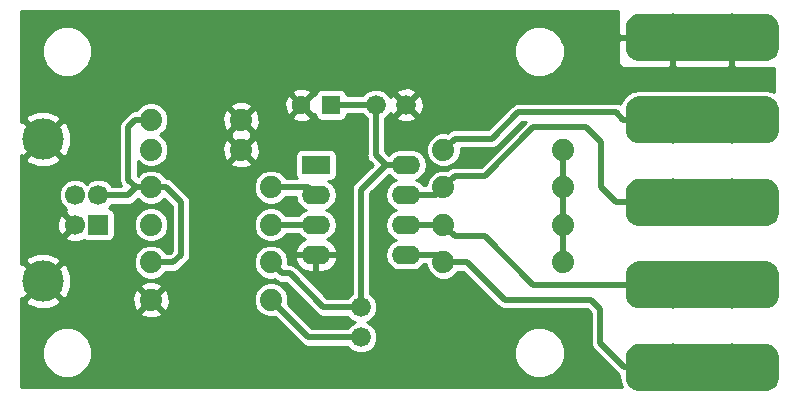
<source format=gbl>
G04 #@! TF.GenerationSoftware,KiCad,Pcbnew,(5.0.0)*
G04 #@! TF.CreationDate,2018-09-25T23:14:14-03:00*
G04 #@! TF.ProjectId,FranzMakeyDIY,4672616E7A4D616B65794449592E6B69,rev?*
G04 #@! TF.SameCoordinates,Original*
G04 #@! TF.FileFunction,Copper,L2,Bot,Signal*
G04 #@! TF.FilePolarity,Positive*
%FSLAX46Y46*%
G04 Gerber Fmt 4.6, Leading zero omitted, Abs format (unit mm)*
G04 Created by KiCad (PCBNEW (5.0.0)) date 09/25/18 23:14:14*
%MOMM*%
%LPD*%
G01*
G04 APERTURE LIST*
G04 #@! TA.AperFunction,ComponentPad*
%ADD10O,2.400000X1.600000*%
G04 #@! TD*
G04 #@! TA.AperFunction,ComponentPad*
%ADD11R,2.400000X1.600000*%
G04 #@! TD*
G04 #@! TA.AperFunction,ComponentPad*
%ADD12C,1.879600*%
G04 #@! TD*
G04 #@! TA.AperFunction,ComponentPad*
%ADD13C,1.676400*%
G04 #@! TD*
G04 #@! TA.AperFunction,ComponentPad*
%ADD14R,1.700000X1.700000*%
G04 #@! TD*
G04 #@! TA.AperFunction,ComponentPad*
%ADD15C,1.700000*%
G04 #@! TD*
G04 #@! TA.AperFunction,ComponentPad*
%ADD16C,3.500000*%
G04 #@! TD*
G04 #@! TA.AperFunction,ComponentPad*
%ADD17C,1.600000*%
G04 #@! TD*
G04 #@! TA.AperFunction,ComponentPad*
%ADD18R,1.600000X1.600000*%
G04 #@! TD*
G04 #@! TA.AperFunction,Conductor*
%ADD19C,0.100000*%
G04 #@! TD*
G04 #@! TA.AperFunction,ComponentPad*
%ADD20C,4.000000*%
G04 #@! TD*
G04 #@! TA.AperFunction,Conductor*
%ADD21C,0.508000*%
G04 #@! TD*
G04 #@! TA.AperFunction,Conductor*
%ADD22C,0.254000*%
G04 #@! TD*
G04 APERTURE END LIST*
D10*
G04 #@! TO.P,IC1,8*
G04 #@! TO.N,5V*
X156210000Y-101600000D03*
G04 #@! TO.P,IC1,4*
G04 #@! TO.N,GND*
X148590000Y-109220000D03*
G04 #@! TO.P,IC1,7*
G04 #@! TO.N,Net-(IC1-Pad7)*
X156210000Y-104140000D03*
G04 #@! TO.P,IC1,3*
G04 #@! TO.N,Net-(IC1-Pad3)*
X148590000Y-106680000D03*
G04 #@! TO.P,IC1,6*
G04 #@! TO.N,Net-(IC1-Pad6)*
X156210000Y-106680000D03*
G04 #@! TO.P,IC1,2*
G04 #@! TO.N,Net-(IC1-Pad2)*
X148590000Y-104140000D03*
G04 #@! TO.P,IC1,5*
G04 #@! TO.N,Net-(IC1-Pad5)*
X156210000Y-109220000D03*
D11*
G04 #@! TO.P,IC1,1*
G04 #@! TO.N,Net-(IC1-Pad1)*
X148590000Y-101600000D03*
G04 #@! TD*
D12*
G04 #@! TO.P,D2,C*
G04 #@! TO.N,Net-(D2-PadC)*
X134620000Y-100330000D03*
G04 #@! TO.P,D2,A*
G04 #@! TO.N,GND*
X142240000Y-100330000D03*
G04 #@! TD*
G04 #@! TO.P,D1,C*
G04 #@! TO.N,Net-(D1-PadC)*
X134620000Y-97790000D03*
G04 #@! TO.P,D1,A*
G04 #@! TO.N,GND*
X142240000Y-97790000D03*
G04 #@! TD*
D13*
G04 #@! TO.P,C1,2*
G04 #@! TO.N,GND*
X156210000Y-96520000D03*
G04 #@! TO.P,C1,1*
G04 #@! TO.N,5V*
X153670000Y-96520000D03*
G04 #@! TD*
D12*
G04 #@! TO.P,R1,P$2*
G04 #@! TO.N,Net-(IC1-Pad2)*
X144780000Y-103505000D03*
G04 #@! TO.P,R1,P$1*
G04 #@! TO.N,Net-(D1-PadC)*
X134620000Y-103505000D03*
G04 #@! TD*
G04 #@! TO.P,R2,P$2*
G04 #@! TO.N,Net-(IC1-Pad3)*
X144780000Y-106680000D03*
G04 #@! TO.P,R2,P$1*
G04 #@! TO.N,Net-(D2-PadC)*
X134620000Y-106680000D03*
G04 #@! TD*
G04 #@! TO.P,R3,P$2*
G04 #@! TO.N,Net-(D1-PadC)*
X134620000Y-109855000D03*
G04 #@! TO.P,R3,P$1*
G04 #@! TO.N,5V*
X144780000Y-109855000D03*
G04 #@! TD*
G04 #@! TO.P,R5,P$2*
G04 #@! TO.N,Net-(IC1-Pad5)*
X159385000Y-109855000D03*
G04 #@! TO.P,R5,P$1*
G04 #@! TO.N,5V*
X169545000Y-109855000D03*
G04 #@! TD*
G04 #@! TO.P,R4,P$2*
G04 #@! TO.N,Net-(ON1-PadK)*
X144780000Y-113030000D03*
G04 #@! TO.P,R4,P$1*
G04 #@! TO.N,GND*
X134620000Y-113030000D03*
G04 #@! TD*
D13*
G04 #@! TO.P,ON,A*
G04 #@! TO.N,5V*
X152400000Y-113665000D03*
G04 #@! TO.P,ON,K*
G04 #@! TO.N,Net-(ON1-PadK)*
X152400000Y-116205000D03*
G04 #@! TD*
D12*
G04 #@! TO.P,R6,P$1*
G04 #@! TO.N,5V*
X169545000Y-106680000D03*
G04 #@! TO.P,R6,P$2*
G04 #@! TO.N,Net-(IC1-Pad6)*
X159385000Y-106680000D03*
G04 #@! TD*
G04 #@! TO.P,R7,P$2*
G04 #@! TO.N,Net-(IC1-Pad7)*
X159385000Y-103505000D03*
G04 #@! TO.P,R7,P$1*
G04 #@! TO.N,5V*
X169545000Y-103505000D03*
G04 #@! TD*
G04 #@! TO.P,R8,P$1*
G04 #@! TO.N,5V*
X169545000Y-100330000D03*
G04 #@! TO.P,R8,P$2*
G04 #@! TO.N,Net-(IC1-Pad1)*
X159385000Y-100330000D03*
G04 #@! TD*
D14*
G04 #@! TO.P,J6,1*
G04 #@! TO.N,5V*
X130175000Y-106680000D03*
D15*
G04 #@! TO.P,J6,2*
G04 #@! TO.N,Net-(D1-PadC)*
X130175000Y-104180000D03*
G04 #@! TO.P,J6,3*
G04 #@! TO.N,Net-(D2-PadC)*
X128175000Y-104180000D03*
G04 #@! TO.P,J6,4*
G04 #@! TO.N,GND*
X128175000Y-106680000D03*
D16*
G04 #@! TO.P,J6,5*
X125465000Y-111450000D03*
X125465000Y-99410000D03*
G04 #@! TD*
D17*
G04 #@! TO.P,C2,2*
G04 #@! TO.N,GND*
X147360000Y-96520000D03*
D18*
G04 #@! TO.P,C2,1*
G04 #@! TO.N,5V*
X149860000Y-96520000D03*
G04 #@! TD*
D19*
G04 #@! TO.N,Net-(IC1-Pad5)*
G04 #@! TO.C,0*
G36*
X186717621Y-116750778D02*
X186834108Y-116768058D01*
X186948342Y-116796672D01*
X187059220Y-116836345D01*
X187165676Y-116886694D01*
X187266684Y-116947236D01*
X187361272Y-117017387D01*
X187448528Y-117096472D01*
X187527613Y-117183728D01*
X187597764Y-117278316D01*
X187658306Y-117379324D01*
X187708655Y-117485780D01*
X187748328Y-117596658D01*
X187776942Y-117710892D01*
X187794222Y-117827379D01*
X187800000Y-117945000D01*
X187800000Y-119545000D01*
X187794222Y-119662621D01*
X187776942Y-119779108D01*
X187748328Y-119893342D01*
X187708655Y-120004220D01*
X187658306Y-120110676D01*
X187597764Y-120211684D01*
X187527613Y-120306272D01*
X187448528Y-120393528D01*
X187361272Y-120472613D01*
X187266684Y-120542764D01*
X187165676Y-120603306D01*
X187059220Y-120653655D01*
X186948342Y-120693328D01*
X186834108Y-120721942D01*
X186717621Y-120739222D01*
X186600000Y-120745000D01*
X181000000Y-120745000D01*
X180882379Y-120739222D01*
X180765892Y-120721942D01*
X180651658Y-120693328D01*
X180540780Y-120653655D01*
X180434324Y-120603306D01*
X180333316Y-120542764D01*
X180238728Y-120472613D01*
X180151472Y-120393528D01*
X180072387Y-120306272D01*
X180002236Y-120211684D01*
X179941694Y-120110676D01*
X179891345Y-120004220D01*
X179851672Y-119893342D01*
X179823058Y-119779108D01*
X179805778Y-119662621D01*
X179800000Y-119545000D01*
X179800000Y-117945000D01*
X179805778Y-117827379D01*
X179823058Y-117710892D01*
X179851672Y-117596658D01*
X179891345Y-117485780D01*
X179941694Y-117379324D01*
X180002236Y-117278316D01*
X180072387Y-117183728D01*
X180151472Y-117096472D01*
X180238728Y-117017387D01*
X180333316Y-116947236D01*
X180434324Y-116886694D01*
X180540780Y-116836345D01*
X180651658Y-116796672D01*
X180765892Y-116768058D01*
X180882379Y-116750778D01*
X181000000Y-116745000D01*
X186600000Y-116745000D01*
X186717621Y-116750778D01*
X186717621Y-116750778D01*
G37*
D20*
G04 #@! TD*
G04 #@! TO.P,0,1*
G04 #@! TO.N,Net-(IC1-Pad5)*
X183800000Y-118745000D03*
D19*
G04 #@! TO.N,Net-(IC1-Pad5)*
G04 #@! TO.C,0*
G36*
X181717621Y-116750778D02*
X181834108Y-116768058D01*
X181948342Y-116796672D01*
X182059220Y-116836345D01*
X182165676Y-116886694D01*
X182266684Y-116947236D01*
X182361272Y-117017387D01*
X182448528Y-117096472D01*
X182527613Y-117183728D01*
X182597764Y-117278316D01*
X182658306Y-117379324D01*
X182708655Y-117485780D01*
X182748328Y-117596658D01*
X182776942Y-117710892D01*
X182794222Y-117827379D01*
X182800000Y-117945000D01*
X182800000Y-119545000D01*
X182794222Y-119662621D01*
X182776942Y-119779108D01*
X182748328Y-119893342D01*
X182708655Y-120004220D01*
X182658306Y-120110676D01*
X182597764Y-120211684D01*
X182527613Y-120306272D01*
X182448528Y-120393528D01*
X182361272Y-120472613D01*
X182266684Y-120542764D01*
X182165676Y-120603306D01*
X182059220Y-120653655D01*
X181948342Y-120693328D01*
X181834108Y-120721942D01*
X181717621Y-120739222D01*
X181600000Y-120745000D01*
X176000000Y-120745000D01*
X175882379Y-120739222D01*
X175765892Y-120721942D01*
X175651658Y-120693328D01*
X175540780Y-120653655D01*
X175434324Y-120603306D01*
X175333316Y-120542764D01*
X175238728Y-120472613D01*
X175151472Y-120393528D01*
X175072387Y-120306272D01*
X175002236Y-120211684D01*
X174941694Y-120110676D01*
X174891345Y-120004220D01*
X174851672Y-119893342D01*
X174823058Y-119779108D01*
X174805778Y-119662621D01*
X174800000Y-119545000D01*
X174800000Y-117945000D01*
X174805778Y-117827379D01*
X174823058Y-117710892D01*
X174851672Y-117596658D01*
X174891345Y-117485780D01*
X174941694Y-117379324D01*
X175002236Y-117278316D01*
X175072387Y-117183728D01*
X175151472Y-117096472D01*
X175238728Y-117017387D01*
X175333316Y-116947236D01*
X175434324Y-116886694D01*
X175540780Y-116836345D01*
X175651658Y-116796672D01*
X175765892Y-116768058D01*
X175882379Y-116750778D01*
X176000000Y-116745000D01*
X181600000Y-116745000D01*
X181717621Y-116750778D01*
X181717621Y-116750778D01*
G37*
D20*
G04 #@! TD*
G04 #@! TO.P,0,1*
G04 #@! TO.N,Net-(IC1-Pad5)*
X178800000Y-118745000D03*
D19*
G04 #@! TO.N,Net-(IC1-Pad6)*
G04 #@! TO.C,1*
G36*
X181717621Y-109765778D02*
X181834108Y-109783058D01*
X181948342Y-109811672D01*
X182059220Y-109851345D01*
X182165676Y-109901694D01*
X182266684Y-109962236D01*
X182361272Y-110032387D01*
X182448528Y-110111472D01*
X182527613Y-110198728D01*
X182597764Y-110293316D01*
X182658306Y-110394324D01*
X182708655Y-110500780D01*
X182748328Y-110611658D01*
X182776942Y-110725892D01*
X182794222Y-110842379D01*
X182800000Y-110960000D01*
X182800000Y-112560000D01*
X182794222Y-112677621D01*
X182776942Y-112794108D01*
X182748328Y-112908342D01*
X182708655Y-113019220D01*
X182658306Y-113125676D01*
X182597764Y-113226684D01*
X182527613Y-113321272D01*
X182448528Y-113408528D01*
X182361272Y-113487613D01*
X182266684Y-113557764D01*
X182165676Y-113618306D01*
X182059220Y-113668655D01*
X181948342Y-113708328D01*
X181834108Y-113736942D01*
X181717621Y-113754222D01*
X181600000Y-113760000D01*
X176000000Y-113760000D01*
X175882379Y-113754222D01*
X175765892Y-113736942D01*
X175651658Y-113708328D01*
X175540780Y-113668655D01*
X175434324Y-113618306D01*
X175333316Y-113557764D01*
X175238728Y-113487613D01*
X175151472Y-113408528D01*
X175072387Y-113321272D01*
X175002236Y-113226684D01*
X174941694Y-113125676D01*
X174891345Y-113019220D01*
X174851672Y-112908342D01*
X174823058Y-112794108D01*
X174805778Y-112677621D01*
X174800000Y-112560000D01*
X174800000Y-110960000D01*
X174805778Y-110842379D01*
X174823058Y-110725892D01*
X174851672Y-110611658D01*
X174891345Y-110500780D01*
X174941694Y-110394324D01*
X175002236Y-110293316D01*
X175072387Y-110198728D01*
X175151472Y-110111472D01*
X175238728Y-110032387D01*
X175333316Y-109962236D01*
X175434324Y-109901694D01*
X175540780Y-109851345D01*
X175651658Y-109811672D01*
X175765892Y-109783058D01*
X175882379Y-109765778D01*
X176000000Y-109760000D01*
X181600000Y-109760000D01*
X181717621Y-109765778D01*
X181717621Y-109765778D01*
G37*
D20*
G04 #@! TD*
G04 #@! TO.P,1,1*
G04 #@! TO.N,Net-(IC1-Pad6)*
X178800000Y-111760000D03*
D19*
G04 #@! TO.N,Net-(IC1-Pad6)*
G04 #@! TO.C,1*
G36*
X186717621Y-109765778D02*
X186834108Y-109783058D01*
X186948342Y-109811672D01*
X187059220Y-109851345D01*
X187165676Y-109901694D01*
X187266684Y-109962236D01*
X187361272Y-110032387D01*
X187448528Y-110111472D01*
X187527613Y-110198728D01*
X187597764Y-110293316D01*
X187658306Y-110394324D01*
X187708655Y-110500780D01*
X187748328Y-110611658D01*
X187776942Y-110725892D01*
X187794222Y-110842379D01*
X187800000Y-110960000D01*
X187800000Y-112560000D01*
X187794222Y-112677621D01*
X187776942Y-112794108D01*
X187748328Y-112908342D01*
X187708655Y-113019220D01*
X187658306Y-113125676D01*
X187597764Y-113226684D01*
X187527613Y-113321272D01*
X187448528Y-113408528D01*
X187361272Y-113487613D01*
X187266684Y-113557764D01*
X187165676Y-113618306D01*
X187059220Y-113668655D01*
X186948342Y-113708328D01*
X186834108Y-113736942D01*
X186717621Y-113754222D01*
X186600000Y-113760000D01*
X181000000Y-113760000D01*
X180882379Y-113754222D01*
X180765892Y-113736942D01*
X180651658Y-113708328D01*
X180540780Y-113668655D01*
X180434324Y-113618306D01*
X180333316Y-113557764D01*
X180238728Y-113487613D01*
X180151472Y-113408528D01*
X180072387Y-113321272D01*
X180002236Y-113226684D01*
X179941694Y-113125676D01*
X179891345Y-113019220D01*
X179851672Y-112908342D01*
X179823058Y-112794108D01*
X179805778Y-112677621D01*
X179800000Y-112560000D01*
X179800000Y-110960000D01*
X179805778Y-110842379D01*
X179823058Y-110725892D01*
X179851672Y-110611658D01*
X179891345Y-110500780D01*
X179941694Y-110394324D01*
X180002236Y-110293316D01*
X180072387Y-110198728D01*
X180151472Y-110111472D01*
X180238728Y-110032387D01*
X180333316Y-109962236D01*
X180434324Y-109901694D01*
X180540780Y-109851345D01*
X180651658Y-109811672D01*
X180765892Y-109783058D01*
X180882379Y-109765778D01*
X181000000Y-109760000D01*
X186600000Y-109760000D01*
X186717621Y-109765778D01*
X186717621Y-109765778D01*
G37*
D20*
G04 #@! TD*
G04 #@! TO.P,1,1*
G04 #@! TO.N,Net-(IC1-Pad6)*
X183800000Y-111760000D03*
D19*
G04 #@! TO.N,Net-(IC1-Pad7)*
G04 #@! TO.C,2*
G36*
X186717621Y-102780778D02*
X186834108Y-102798058D01*
X186948342Y-102826672D01*
X187059220Y-102866345D01*
X187165676Y-102916694D01*
X187266684Y-102977236D01*
X187361272Y-103047387D01*
X187448528Y-103126472D01*
X187527613Y-103213728D01*
X187597764Y-103308316D01*
X187658306Y-103409324D01*
X187708655Y-103515780D01*
X187748328Y-103626658D01*
X187776942Y-103740892D01*
X187794222Y-103857379D01*
X187800000Y-103975000D01*
X187800000Y-105575000D01*
X187794222Y-105692621D01*
X187776942Y-105809108D01*
X187748328Y-105923342D01*
X187708655Y-106034220D01*
X187658306Y-106140676D01*
X187597764Y-106241684D01*
X187527613Y-106336272D01*
X187448528Y-106423528D01*
X187361272Y-106502613D01*
X187266684Y-106572764D01*
X187165676Y-106633306D01*
X187059220Y-106683655D01*
X186948342Y-106723328D01*
X186834108Y-106751942D01*
X186717621Y-106769222D01*
X186600000Y-106775000D01*
X181000000Y-106775000D01*
X180882379Y-106769222D01*
X180765892Y-106751942D01*
X180651658Y-106723328D01*
X180540780Y-106683655D01*
X180434324Y-106633306D01*
X180333316Y-106572764D01*
X180238728Y-106502613D01*
X180151472Y-106423528D01*
X180072387Y-106336272D01*
X180002236Y-106241684D01*
X179941694Y-106140676D01*
X179891345Y-106034220D01*
X179851672Y-105923342D01*
X179823058Y-105809108D01*
X179805778Y-105692621D01*
X179800000Y-105575000D01*
X179800000Y-103975000D01*
X179805778Y-103857379D01*
X179823058Y-103740892D01*
X179851672Y-103626658D01*
X179891345Y-103515780D01*
X179941694Y-103409324D01*
X180002236Y-103308316D01*
X180072387Y-103213728D01*
X180151472Y-103126472D01*
X180238728Y-103047387D01*
X180333316Y-102977236D01*
X180434324Y-102916694D01*
X180540780Y-102866345D01*
X180651658Y-102826672D01*
X180765892Y-102798058D01*
X180882379Y-102780778D01*
X181000000Y-102775000D01*
X186600000Y-102775000D01*
X186717621Y-102780778D01*
X186717621Y-102780778D01*
G37*
D20*
G04 #@! TD*
G04 #@! TO.P,2,1*
G04 #@! TO.N,Net-(IC1-Pad7)*
X183800000Y-104775000D03*
D19*
G04 #@! TO.N,Net-(IC1-Pad7)*
G04 #@! TO.C,2*
G36*
X181717621Y-102780778D02*
X181834108Y-102798058D01*
X181948342Y-102826672D01*
X182059220Y-102866345D01*
X182165676Y-102916694D01*
X182266684Y-102977236D01*
X182361272Y-103047387D01*
X182448528Y-103126472D01*
X182527613Y-103213728D01*
X182597764Y-103308316D01*
X182658306Y-103409324D01*
X182708655Y-103515780D01*
X182748328Y-103626658D01*
X182776942Y-103740892D01*
X182794222Y-103857379D01*
X182800000Y-103975000D01*
X182800000Y-105575000D01*
X182794222Y-105692621D01*
X182776942Y-105809108D01*
X182748328Y-105923342D01*
X182708655Y-106034220D01*
X182658306Y-106140676D01*
X182597764Y-106241684D01*
X182527613Y-106336272D01*
X182448528Y-106423528D01*
X182361272Y-106502613D01*
X182266684Y-106572764D01*
X182165676Y-106633306D01*
X182059220Y-106683655D01*
X181948342Y-106723328D01*
X181834108Y-106751942D01*
X181717621Y-106769222D01*
X181600000Y-106775000D01*
X176000000Y-106775000D01*
X175882379Y-106769222D01*
X175765892Y-106751942D01*
X175651658Y-106723328D01*
X175540780Y-106683655D01*
X175434324Y-106633306D01*
X175333316Y-106572764D01*
X175238728Y-106502613D01*
X175151472Y-106423528D01*
X175072387Y-106336272D01*
X175002236Y-106241684D01*
X174941694Y-106140676D01*
X174891345Y-106034220D01*
X174851672Y-105923342D01*
X174823058Y-105809108D01*
X174805778Y-105692621D01*
X174800000Y-105575000D01*
X174800000Y-103975000D01*
X174805778Y-103857379D01*
X174823058Y-103740892D01*
X174851672Y-103626658D01*
X174891345Y-103515780D01*
X174941694Y-103409324D01*
X175002236Y-103308316D01*
X175072387Y-103213728D01*
X175151472Y-103126472D01*
X175238728Y-103047387D01*
X175333316Y-102977236D01*
X175434324Y-102916694D01*
X175540780Y-102866345D01*
X175651658Y-102826672D01*
X175765892Y-102798058D01*
X175882379Y-102780778D01*
X176000000Y-102775000D01*
X181600000Y-102775000D01*
X181717621Y-102780778D01*
X181717621Y-102780778D01*
G37*
D20*
G04 #@! TD*
G04 #@! TO.P,2,1*
G04 #@! TO.N,Net-(IC1-Pad7)*
X178800000Y-104775000D03*
D19*
G04 #@! TO.N,Net-(IC1-Pad1)*
G04 #@! TO.C,5*
G36*
X181717621Y-95795778D02*
X181834108Y-95813058D01*
X181948342Y-95841672D01*
X182059220Y-95881345D01*
X182165676Y-95931694D01*
X182266684Y-95992236D01*
X182361272Y-96062387D01*
X182448528Y-96141472D01*
X182527613Y-96228728D01*
X182597764Y-96323316D01*
X182658306Y-96424324D01*
X182708655Y-96530780D01*
X182748328Y-96641658D01*
X182776942Y-96755892D01*
X182794222Y-96872379D01*
X182800000Y-96990000D01*
X182800000Y-98590000D01*
X182794222Y-98707621D01*
X182776942Y-98824108D01*
X182748328Y-98938342D01*
X182708655Y-99049220D01*
X182658306Y-99155676D01*
X182597764Y-99256684D01*
X182527613Y-99351272D01*
X182448528Y-99438528D01*
X182361272Y-99517613D01*
X182266684Y-99587764D01*
X182165676Y-99648306D01*
X182059220Y-99698655D01*
X181948342Y-99738328D01*
X181834108Y-99766942D01*
X181717621Y-99784222D01*
X181600000Y-99790000D01*
X176000000Y-99790000D01*
X175882379Y-99784222D01*
X175765892Y-99766942D01*
X175651658Y-99738328D01*
X175540780Y-99698655D01*
X175434324Y-99648306D01*
X175333316Y-99587764D01*
X175238728Y-99517613D01*
X175151472Y-99438528D01*
X175072387Y-99351272D01*
X175002236Y-99256684D01*
X174941694Y-99155676D01*
X174891345Y-99049220D01*
X174851672Y-98938342D01*
X174823058Y-98824108D01*
X174805778Y-98707621D01*
X174800000Y-98590000D01*
X174800000Y-96990000D01*
X174805778Y-96872379D01*
X174823058Y-96755892D01*
X174851672Y-96641658D01*
X174891345Y-96530780D01*
X174941694Y-96424324D01*
X175002236Y-96323316D01*
X175072387Y-96228728D01*
X175151472Y-96141472D01*
X175238728Y-96062387D01*
X175333316Y-95992236D01*
X175434324Y-95931694D01*
X175540780Y-95881345D01*
X175651658Y-95841672D01*
X175765892Y-95813058D01*
X175882379Y-95795778D01*
X176000000Y-95790000D01*
X181600000Y-95790000D01*
X181717621Y-95795778D01*
X181717621Y-95795778D01*
G37*
D20*
G04 #@! TD*
G04 #@! TO.P,5,1*
G04 #@! TO.N,Net-(IC1-Pad1)*
X178800000Y-97790000D03*
D19*
G04 #@! TO.N,Net-(IC1-Pad1)*
G04 #@! TO.C,5*
G36*
X186717621Y-95795778D02*
X186834108Y-95813058D01*
X186948342Y-95841672D01*
X187059220Y-95881345D01*
X187165676Y-95931694D01*
X187266684Y-95992236D01*
X187361272Y-96062387D01*
X187448528Y-96141472D01*
X187527613Y-96228728D01*
X187597764Y-96323316D01*
X187658306Y-96424324D01*
X187708655Y-96530780D01*
X187748328Y-96641658D01*
X187776942Y-96755892D01*
X187794222Y-96872379D01*
X187800000Y-96990000D01*
X187800000Y-98590000D01*
X187794222Y-98707621D01*
X187776942Y-98824108D01*
X187748328Y-98938342D01*
X187708655Y-99049220D01*
X187658306Y-99155676D01*
X187597764Y-99256684D01*
X187527613Y-99351272D01*
X187448528Y-99438528D01*
X187361272Y-99517613D01*
X187266684Y-99587764D01*
X187165676Y-99648306D01*
X187059220Y-99698655D01*
X186948342Y-99738328D01*
X186834108Y-99766942D01*
X186717621Y-99784222D01*
X186600000Y-99790000D01*
X181000000Y-99790000D01*
X180882379Y-99784222D01*
X180765892Y-99766942D01*
X180651658Y-99738328D01*
X180540780Y-99698655D01*
X180434324Y-99648306D01*
X180333316Y-99587764D01*
X180238728Y-99517613D01*
X180151472Y-99438528D01*
X180072387Y-99351272D01*
X180002236Y-99256684D01*
X179941694Y-99155676D01*
X179891345Y-99049220D01*
X179851672Y-98938342D01*
X179823058Y-98824108D01*
X179805778Y-98707621D01*
X179800000Y-98590000D01*
X179800000Y-96990000D01*
X179805778Y-96872379D01*
X179823058Y-96755892D01*
X179851672Y-96641658D01*
X179891345Y-96530780D01*
X179941694Y-96424324D01*
X180002236Y-96323316D01*
X180072387Y-96228728D01*
X180151472Y-96141472D01*
X180238728Y-96062387D01*
X180333316Y-95992236D01*
X180434324Y-95931694D01*
X180540780Y-95881345D01*
X180651658Y-95841672D01*
X180765892Y-95813058D01*
X180882379Y-95795778D01*
X181000000Y-95790000D01*
X186600000Y-95790000D01*
X186717621Y-95795778D01*
X186717621Y-95795778D01*
G37*
D20*
G04 #@! TD*
G04 #@! TO.P,5,1*
G04 #@! TO.N,Net-(IC1-Pad1)*
X183800000Y-97790000D03*
D19*
G04 #@! TO.N,GND*
G04 #@! TO.C,GND*
G36*
X186717621Y-88810778D02*
X186834108Y-88828058D01*
X186948342Y-88856672D01*
X187059220Y-88896345D01*
X187165676Y-88946694D01*
X187266684Y-89007236D01*
X187361272Y-89077387D01*
X187448528Y-89156472D01*
X187527613Y-89243728D01*
X187597764Y-89338316D01*
X187658306Y-89439324D01*
X187708655Y-89545780D01*
X187748328Y-89656658D01*
X187776942Y-89770892D01*
X187794222Y-89887379D01*
X187800000Y-90005000D01*
X187800000Y-91605000D01*
X187794222Y-91722621D01*
X187776942Y-91839108D01*
X187748328Y-91953342D01*
X187708655Y-92064220D01*
X187658306Y-92170676D01*
X187597764Y-92271684D01*
X187527613Y-92366272D01*
X187448528Y-92453528D01*
X187361272Y-92532613D01*
X187266684Y-92602764D01*
X187165676Y-92663306D01*
X187059220Y-92713655D01*
X186948342Y-92753328D01*
X186834108Y-92781942D01*
X186717621Y-92799222D01*
X186600000Y-92805000D01*
X181000000Y-92805000D01*
X180882379Y-92799222D01*
X180765892Y-92781942D01*
X180651658Y-92753328D01*
X180540780Y-92713655D01*
X180434324Y-92663306D01*
X180333316Y-92602764D01*
X180238728Y-92532613D01*
X180151472Y-92453528D01*
X180072387Y-92366272D01*
X180002236Y-92271684D01*
X179941694Y-92170676D01*
X179891345Y-92064220D01*
X179851672Y-91953342D01*
X179823058Y-91839108D01*
X179805778Y-91722621D01*
X179800000Y-91605000D01*
X179800000Y-90005000D01*
X179805778Y-89887379D01*
X179823058Y-89770892D01*
X179851672Y-89656658D01*
X179891345Y-89545780D01*
X179941694Y-89439324D01*
X180002236Y-89338316D01*
X180072387Y-89243728D01*
X180151472Y-89156472D01*
X180238728Y-89077387D01*
X180333316Y-89007236D01*
X180434324Y-88946694D01*
X180540780Y-88896345D01*
X180651658Y-88856672D01*
X180765892Y-88828058D01*
X180882379Y-88810778D01*
X181000000Y-88805000D01*
X186600000Y-88805000D01*
X186717621Y-88810778D01*
X186717621Y-88810778D01*
G37*
D20*
G04 #@! TD*
G04 #@! TO.P,GND,1*
G04 #@! TO.N,GND*
X183800000Y-90805000D03*
D19*
G04 #@! TO.N,GND*
G04 #@! TO.C,GND*
G36*
X181717621Y-88810778D02*
X181834108Y-88828058D01*
X181948342Y-88856672D01*
X182059220Y-88896345D01*
X182165676Y-88946694D01*
X182266684Y-89007236D01*
X182361272Y-89077387D01*
X182448528Y-89156472D01*
X182527613Y-89243728D01*
X182597764Y-89338316D01*
X182658306Y-89439324D01*
X182708655Y-89545780D01*
X182748328Y-89656658D01*
X182776942Y-89770892D01*
X182794222Y-89887379D01*
X182800000Y-90005000D01*
X182800000Y-91605000D01*
X182794222Y-91722621D01*
X182776942Y-91839108D01*
X182748328Y-91953342D01*
X182708655Y-92064220D01*
X182658306Y-92170676D01*
X182597764Y-92271684D01*
X182527613Y-92366272D01*
X182448528Y-92453528D01*
X182361272Y-92532613D01*
X182266684Y-92602764D01*
X182165676Y-92663306D01*
X182059220Y-92713655D01*
X181948342Y-92753328D01*
X181834108Y-92781942D01*
X181717621Y-92799222D01*
X181600000Y-92805000D01*
X176000000Y-92805000D01*
X175882379Y-92799222D01*
X175765892Y-92781942D01*
X175651658Y-92753328D01*
X175540780Y-92713655D01*
X175434324Y-92663306D01*
X175333316Y-92602764D01*
X175238728Y-92532613D01*
X175151472Y-92453528D01*
X175072387Y-92366272D01*
X175002236Y-92271684D01*
X174941694Y-92170676D01*
X174891345Y-92064220D01*
X174851672Y-91953342D01*
X174823058Y-91839108D01*
X174805778Y-91722621D01*
X174800000Y-91605000D01*
X174800000Y-90005000D01*
X174805778Y-89887379D01*
X174823058Y-89770892D01*
X174851672Y-89656658D01*
X174891345Y-89545780D01*
X174941694Y-89439324D01*
X175002236Y-89338316D01*
X175072387Y-89243728D01*
X175151472Y-89156472D01*
X175238728Y-89077387D01*
X175333316Y-89007236D01*
X175434324Y-88946694D01*
X175540780Y-88896345D01*
X175651658Y-88856672D01*
X175765892Y-88828058D01*
X175882379Y-88810778D01*
X176000000Y-88805000D01*
X181600000Y-88805000D01*
X181717621Y-88810778D01*
X181717621Y-88810778D01*
G37*
D20*
G04 #@! TD*
G04 #@! TO.P,GND,1*
G04 #@! TO.N,GND*
X178800000Y-90805000D03*
D21*
G04 #@! TO.N,GND*
X178800000Y-90805000D02*
X183800000Y-90805000D01*
G04 #@! TO.N,5V*
X169545000Y-100330000D02*
X169545000Y-103505000D01*
X169545000Y-103505000D02*
X169545000Y-106680000D01*
X169545000Y-106680000D02*
X169545000Y-109855000D01*
X149860000Y-96520000D02*
X153670000Y-96520000D01*
X153670000Y-97705393D02*
X153670000Y-96520000D01*
X153670000Y-100768000D02*
X153670000Y-97705393D01*
X154502000Y-101600000D02*
X153670000Y-100768000D01*
X149225000Y-113665000D02*
X152400000Y-113665000D01*
X146354799Y-110794799D02*
X149225000Y-113665000D01*
X144780000Y-109855000D02*
X145719799Y-110794799D01*
X145719799Y-110794799D02*
X146354799Y-110794799D01*
X152400000Y-112479607D02*
X152400000Y-113665000D01*
X152400000Y-103702000D02*
X152400000Y-112479607D01*
X154502000Y-101600000D02*
X152400000Y-103702000D01*
X156210000Y-101600000D02*
X154502000Y-101600000D01*
G04 #@! TO.N,Net-(D1-PadC)*
X133290923Y-97790000D02*
X132715000Y-98365923D01*
X134620000Y-97790000D02*
X133290923Y-97790000D01*
X132715000Y-98365923D02*
X132715000Y-102870000D01*
X132715000Y-102870000D02*
X133350000Y-103505000D01*
X133350000Y-103505000D02*
X134620000Y-103505000D01*
X132675000Y-104180000D02*
X133350000Y-103505000D01*
X130175000Y-104180000D02*
X132675000Y-104180000D01*
X136525000Y-109855000D02*
X134620000Y-109855000D01*
X137160000Y-109220000D02*
X136525000Y-109855000D01*
X137160000Y-104775000D02*
X137160000Y-109220000D01*
X134620000Y-103505000D02*
X135890000Y-103505000D01*
X135890000Y-103505000D02*
X137160000Y-104775000D01*
G04 #@! TO.N,Net-(IC1-Pad7)*
X158750000Y-104140000D02*
X159385000Y-103505000D01*
X156210000Y-104140000D02*
X158750000Y-104140000D01*
X160324799Y-102565201D02*
X162864799Y-102565201D01*
X159385000Y-103505000D02*
X160324799Y-102565201D01*
X162864799Y-102565201D02*
X167005000Y-98425000D01*
X167005000Y-98425000D02*
X171450000Y-98425000D01*
X171450000Y-98425000D02*
X172720000Y-99695000D01*
X172720000Y-99695000D02*
X172720000Y-103505000D01*
X173990000Y-104775000D02*
X178800000Y-104775000D01*
X172720000Y-103505000D02*
X173990000Y-104775000D01*
X178800000Y-104775000D02*
X183800000Y-104775000D01*
G04 #@! TO.N,Net-(IC1-Pad6)*
X156210000Y-106680000D02*
X159385000Y-106680000D01*
X160324799Y-107619799D02*
X162864799Y-107619799D01*
X159385000Y-106680000D02*
X160324799Y-107619799D01*
X162864799Y-107619799D02*
X167005000Y-111760000D01*
X167005000Y-111760000D02*
X178800000Y-111760000D01*
X178800000Y-111760000D02*
X183800000Y-111760000D01*
G04 #@! TO.N,Net-(IC1-Pad5)*
X158750000Y-109220000D02*
X159385000Y-109855000D01*
X156210000Y-109220000D02*
X158750000Y-109220000D01*
X178800000Y-118745000D02*
X183800000Y-118745000D01*
X174700000Y-118745000D02*
X172669200Y-116714200D01*
X178800000Y-118745000D02*
X174700000Y-118745000D01*
X172669200Y-116714200D02*
X172669200Y-113842800D01*
X172669200Y-113842800D02*
X171856400Y-113030000D01*
X164566600Y-113030000D02*
X161391600Y-109855000D01*
X171856400Y-113030000D02*
X164566600Y-113030000D01*
X159385000Y-109855000D02*
X161391600Y-109855000D01*
G04 #@! TO.N,Net-(IC1-Pad3)*
X144780000Y-106680000D02*
X148590000Y-106680000D01*
G04 #@! TO.N,Net-(IC1-Pad2)*
X147955000Y-103505000D02*
X148590000Y-104140000D01*
X144780000Y-103505000D02*
X147955000Y-103505000D01*
G04 #@! TO.N,Net-(IC1-Pad1)*
X160324799Y-99390201D02*
X163499799Y-99390201D01*
X159385000Y-100330000D02*
X160324799Y-99390201D01*
X163499799Y-99390201D02*
X165735000Y-97155000D01*
X165735000Y-97155000D02*
X173990000Y-97155000D01*
X174625000Y-97790000D02*
X178800000Y-97790000D01*
X173990000Y-97155000D02*
X174625000Y-97790000D01*
X178800000Y-97790000D02*
X183800000Y-97790000D01*
G04 #@! TO.N,Net-(ON1-PadK)*
X147955000Y-116205000D02*
X152400000Y-116205000D01*
X144780000Y-113030000D02*
X147955000Y-116205000D01*
G04 #@! TD*
D22*
G04 #@! TO.N,GND*
G36*
X174165000Y-88678691D02*
X174165000Y-90519250D01*
X174323750Y-90678000D01*
X178673000Y-90678000D01*
X178673000Y-90658000D01*
X178927000Y-90658000D01*
X178927000Y-90678000D01*
X183673000Y-90678000D01*
X183673000Y-90658000D01*
X183927000Y-90658000D01*
X183927000Y-90678000D01*
X183947000Y-90678000D01*
X183947000Y-90932000D01*
X183927000Y-90932000D01*
X183927000Y-93281250D01*
X184085750Y-93440000D01*
X187391601Y-93440000D01*
X187391601Y-95461921D01*
X187267342Y-95378894D01*
X186600000Y-95246151D01*
X176000000Y-95246151D01*
X175332658Y-95378894D01*
X174766913Y-95756913D01*
X174388894Y-96322658D01*
X174362228Y-96456717D01*
X174297228Y-96413285D01*
X174067552Y-96367600D01*
X174067551Y-96367600D01*
X173990000Y-96352174D01*
X173912449Y-96367600D01*
X165812553Y-96367600D01*
X165735000Y-96352174D01*
X165427771Y-96413285D01*
X165384126Y-96442448D01*
X165167316Y-96587316D01*
X165123386Y-96653062D01*
X163173648Y-98602801D01*
X160402349Y-98602801D01*
X160324798Y-98587375D01*
X160247247Y-98602801D01*
X160017571Y-98648486D01*
X160017570Y-98648487D01*
X160017569Y-98648487D01*
X159980657Y-98673151D01*
X159757115Y-98822517D01*
X159722032Y-98875023D01*
X159678038Y-98856800D01*
X159091962Y-98856800D01*
X158550499Y-99081081D01*
X158136081Y-99495499D01*
X157911800Y-100036962D01*
X157911800Y-100623038D01*
X158136081Y-101164501D01*
X158550499Y-101578919D01*
X159091962Y-101803200D01*
X159678038Y-101803200D01*
X160219501Y-101578919D01*
X160633919Y-101164501D01*
X160858200Y-100623038D01*
X160858200Y-100177601D01*
X163422248Y-100177601D01*
X163499799Y-100193027D01*
X163577350Y-100177601D01*
X163577351Y-100177601D01*
X163807027Y-100131916D01*
X164067483Y-99957885D01*
X164111415Y-99892136D01*
X166061152Y-97942400D01*
X166374048Y-97942400D01*
X162538648Y-101777801D01*
X160402349Y-101777801D01*
X160324798Y-101762375D01*
X160247247Y-101777801D01*
X160017571Y-101823486D01*
X160017570Y-101823487D01*
X160017569Y-101823487D01*
X159924903Y-101885405D01*
X159757115Y-101997517D01*
X159722032Y-102050023D01*
X159678038Y-102031800D01*
X159091962Y-102031800D01*
X158550499Y-102256081D01*
X158136081Y-102670499D01*
X157911800Y-103211962D01*
X157911800Y-103352600D01*
X157687542Y-103352600D01*
X157571327Y-103178673D01*
X157130267Y-102883965D01*
X157060060Y-102870000D01*
X157130267Y-102856035D01*
X157571327Y-102561327D01*
X157866035Y-102120267D01*
X157969522Y-101600000D01*
X157866035Y-101079733D01*
X157571327Y-100638673D01*
X157130267Y-100343965D01*
X156741325Y-100266600D01*
X155678675Y-100266600D01*
X155289733Y-100343965D01*
X154848673Y-100638673D01*
X154770788Y-100755236D01*
X154457400Y-100441849D01*
X154457400Y-97672335D01*
X154574322Y-97555413D01*
X155354192Y-97555413D01*
X155433017Y-97805490D01*
X155984097Y-98004977D01*
X156569569Y-97978389D01*
X156986983Y-97805490D01*
X157065808Y-97555413D01*
X156210000Y-96699605D01*
X155354192Y-97555413D01*
X154574322Y-97555413D01*
X154832786Y-97296949D01*
X154878641Y-97186246D01*
X154924510Y-97296983D01*
X155174587Y-97375808D01*
X156030395Y-96520000D01*
X156389605Y-96520000D01*
X157245413Y-97375808D01*
X157495490Y-97296983D01*
X157694977Y-96745903D01*
X157668389Y-96160431D01*
X157495490Y-95743017D01*
X157245413Y-95664192D01*
X156389605Y-96520000D01*
X156030395Y-96520000D01*
X155174587Y-95664192D01*
X154924510Y-95743017D01*
X154881727Y-95861205D01*
X154832786Y-95743051D01*
X154574322Y-95484587D01*
X155354192Y-95484587D01*
X156210000Y-96340395D01*
X157065808Y-95484587D01*
X156986983Y-95234510D01*
X156435903Y-95035023D01*
X155850431Y-95061611D01*
X155433017Y-95234510D01*
X155354192Y-95484587D01*
X154574322Y-95484587D01*
X154446949Y-95357214D01*
X153942828Y-95148400D01*
X153397172Y-95148400D01*
X152893051Y-95357214D01*
X152517665Y-95732600D01*
X151203849Y-95732600D01*
X151203849Y-95720000D01*
X151162451Y-95511878D01*
X151044559Y-95335441D01*
X150868122Y-95217549D01*
X150660000Y-95176151D01*
X149060000Y-95176151D01*
X148851878Y-95217549D01*
X148675441Y-95335441D01*
X148557549Y-95511878D01*
X148516151Y-95720000D01*
X148516151Y-95736563D01*
X148367745Y-95691861D01*
X147539605Y-96520000D01*
X148367745Y-97348139D01*
X148516151Y-97303437D01*
X148516151Y-97320000D01*
X148557549Y-97528122D01*
X148675441Y-97704559D01*
X148851878Y-97822451D01*
X149060000Y-97863849D01*
X150660000Y-97863849D01*
X150868122Y-97822451D01*
X151044559Y-97704559D01*
X151162451Y-97528122D01*
X151203849Y-97320000D01*
X151203849Y-97307400D01*
X152517665Y-97307400D01*
X152882600Y-97672335D01*
X152882600Y-97782944D01*
X152882601Y-97782949D01*
X152882600Y-100690449D01*
X152867174Y-100768000D01*
X152882600Y-100845551D01*
X152928285Y-101075227D01*
X153102316Y-101335684D01*
X153168065Y-101379616D01*
X153388448Y-101600000D01*
X151898065Y-103090384D01*
X151832316Y-103134316D01*
X151658285Y-103394773D01*
X151622970Y-103572316D01*
X151597174Y-103702000D01*
X151612600Y-103779551D01*
X151612601Y-112402051D01*
X151612600Y-112402056D01*
X151612600Y-112512665D01*
X151247665Y-112877600D01*
X149551152Y-112877600D01*
X146966415Y-110292864D01*
X146922483Y-110227115D01*
X146662027Y-110053084D01*
X146432351Y-110007399D01*
X146432350Y-110007399D01*
X146354799Y-109991973D01*
X146277248Y-110007399D01*
X146253200Y-110007399D01*
X146253200Y-109569039D01*
X146798096Y-109569039D01*
X146815633Y-109651819D01*
X147085500Y-110144896D01*
X147523517Y-110497166D01*
X148063000Y-110655000D01*
X148463000Y-110655000D01*
X148463000Y-109347000D01*
X148717000Y-109347000D01*
X148717000Y-110655000D01*
X149117000Y-110655000D01*
X149656483Y-110497166D01*
X150094500Y-110144896D01*
X150364367Y-109651819D01*
X150381904Y-109569039D01*
X150259915Y-109347000D01*
X148717000Y-109347000D01*
X148463000Y-109347000D01*
X146920085Y-109347000D01*
X146798096Y-109569039D01*
X146253200Y-109569039D01*
X146253200Y-109561962D01*
X146028919Y-109020499D01*
X145614501Y-108606081D01*
X145073038Y-108381800D01*
X144486962Y-108381800D01*
X143945499Y-108606081D01*
X143531081Y-109020499D01*
X143306800Y-109561962D01*
X143306800Y-110148038D01*
X143531081Y-110689501D01*
X143945499Y-111103919D01*
X144486962Y-111328200D01*
X145073038Y-111328200D01*
X145117032Y-111309977D01*
X145152115Y-111362483D01*
X145274047Y-111443955D01*
X145412569Y-111536513D01*
X145412570Y-111536513D01*
X145412571Y-111536514D01*
X145642247Y-111582199D01*
X145719798Y-111597625D01*
X145797349Y-111582199D01*
X146028648Y-111582199D01*
X148613386Y-114166938D01*
X148657316Y-114232684D01*
X148917772Y-114406715D01*
X149147448Y-114452400D01*
X149224999Y-114467826D01*
X149302550Y-114452400D01*
X151247665Y-114452400D01*
X151623051Y-114827786D01*
X151881888Y-114935000D01*
X151623051Y-115042214D01*
X151247665Y-115417600D01*
X148281152Y-115417600D01*
X146233690Y-113370139D01*
X146253200Y-113323038D01*
X146253200Y-112736962D01*
X146028919Y-112195499D01*
X145614501Y-111781081D01*
X145073038Y-111556800D01*
X144486962Y-111556800D01*
X143945499Y-111781081D01*
X143531081Y-112195499D01*
X143306800Y-112736962D01*
X143306800Y-113323038D01*
X143531081Y-113864501D01*
X143945499Y-114278919D01*
X144486962Y-114503200D01*
X145073038Y-114503200D01*
X145120139Y-114483690D01*
X147343386Y-116706938D01*
X147387316Y-116772684D01*
X147647772Y-116946715D01*
X147877448Y-116992400D01*
X147954999Y-117007826D01*
X148032550Y-116992400D01*
X151247665Y-116992400D01*
X151623051Y-117367786D01*
X152127172Y-117576600D01*
X152672828Y-117576600D01*
X153176949Y-117367786D01*
X153469095Y-117075640D01*
X165366600Y-117075640D01*
X165366600Y-117924360D01*
X165691391Y-118708474D01*
X166291526Y-119308609D01*
X167075640Y-119633400D01*
X167924360Y-119633400D01*
X168708474Y-119308609D01*
X169308609Y-118708474D01*
X169633400Y-117924360D01*
X169633400Y-117075640D01*
X169308609Y-116291526D01*
X168708474Y-115691391D01*
X167924360Y-115366600D01*
X167075640Y-115366600D01*
X166291526Y-115691391D01*
X165691391Y-116291526D01*
X165366600Y-117075640D01*
X153469095Y-117075640D01*
X153562786Y-116981949D01*
X153771600Y-116477828D01*
X153771600Y-115932172D01*
X153562786Y-115428051D01*
X153176949Y-115042214D01*
X152918112Y-114935000D01*
X153176949Y-114827786D01*
X153562786Y-114441949D01*
X153771600Y-113937828D01*
X153771600Y-113392172D01*
X153562786Y-112888051D01*
X153187400Y-112512665D01*
X153187400Y-104028151D01*
X154770788Y-102444764D01*
X154848673Y-102561327D01*
X155289733Y-102856035D01*
X155359940Y-102870000D01*
X155289733Y-102883965D01*
X154848673Y-103178673D01*
X154553965Y-103619733D01*
X154450478Y-104140000D01*
X154553965Y-104660267D01*
X154848673Y-105101327D01*
X155289733Y-105396035D01*
X155359940Y-105410000D01*
X155289733Y-105423965D01*
X154848673Y-105718673D01*
X154553965Y-106159733D01*
X154450478Y-106680000D01*
X154553965Y-107200267D01*
X154848673Y-107641327D01*
X155289733Y-107936035D01*
X155359940Y-107950000D01*
X155289733Y-107963965D01*
X154848673Y-108258673D01*
X154553965Y-108699733D01*
X154450478Y-109220000D01*
X154553965Y-109740267D01*
X154848673Y-110181327D01*
X155289733Y-110476035D01*
X155678675Y-110553400D01*
X156741325Y-110553400D01*
X157130267Y-110476035D01*
X157571327Y-110181327D01*
X157687542Y-110007400D01*
X157911800Y-110007400D01*
X157911800Y-110148038D01*
X158136081Y-110689501D01*
X158550499Y-111103919D01*
X159091962Y-111328200D01*
X159678038Y-111328200D01*
X160219501Y-111103919D01*
X160633919Y-110689501D01*
X160653429Y-110642400D01*
X161065449Y-110642400D01*
X163954986Y-113531938D01*
X163998916Y-113597684D01*
X164259372Y-113771715D01*
X164489048Y-113817400D01*
X164566599Y-113832826D01*
X164644150Y-113817400D01*
X171530249Y-113817400D01*
X171881801Y-114168953D01*
X171881800Y-116636649D01*
X171866374Y-116714200D01*
X171881800Y-116791751D01*
X171927485Y-117021427D01*
X172101516Y-117281884D01*
X172167265Y-117325816D01*
X174088386Y-119246938D01*
X174132316Y-119312684D01*
X174256151Y-119395428D01*
X174256151Y-119545000D01*
X174388894Y-120212342D01*
X174521099Y-120410200D01*
X123575750Y-120410200D01*
X123575750Y-117075640D01*
X125366600Y-117075640D01*
X125366600Y-117924360D01*
X125691391Y-118708474D01*
X126291526Y-119308609D01*
X127075640Y-119633400D01*
X127924360Y-119633400D01*
X128708474Y-119308609D01*
X129308609Y-118708474D01*
X129633400Y-117924360D01*
X129633400Y-117075640D01*
X129308609Y-116291526D01*
X128708474Y-115691391D01*
X127924360Y-115366600D01*
X127075640Y-115366600D01*
X126291526Y-115691391D01*
X125691391Y-116291526D01*
X125366600Y-117075640D01*
X123575750Y-117075640D01*
X123575750Y-114138968D01*
X133690637Y-114138968D01*
X133781923Y-114399580D01*
X134369833Y-114616045D01*
X134995828Y-114591049D01*
X135458077Y-114399580D01*
X135549363Y-114138968D01*
X134620000Y-113209605D01*
X133690637Y-114138968D01*
X123575750Y-114138968D01*
X123575750Y-113144528D01*
X123950077Y-113144528D01*
X124140364Y-113489271D01*
X125021591Y-113840956D01*
X125970323Y-113828641D01*
X126789636Y-113489271D01*
X126979923Y-113144528D01*
X125465000Y-111629605D01*
X123950077Y-113144528D01*
X123575750Y-113144528D01*
X123575750Y-112857443D01*
X123770472Y-112964923D01*
X125285395Y-111450000D01*
X125644605Y-111450000D01*
X127159528Y-112964923D01*
X127494855Y-112779833D01*
X133033955Y-112779833D01*
X133058951Y-113405828D01*
X133250420Y-113868077D01*
X133511032Y-113959363D01*
X134440395Y-113030000D01*
X134799605Y-113030000D01*
X135728968Y-113959363D01*
X135989580Y-113868077D01*
X136206045Y-113280167D01*
X136181049Y-112654172D01*
X135989580Y-112191923D01*
X135728968Y-112100637D01*
X134799605Y-113030000D01*
X134440395Y-113030000D01*
X133511032Y-112100637D01*
X133250420Y-112191923D01*
X133033955Y-112779833D01*
X127494855Y-112779833D01*
X127504271Y-112774636D01*
X127844932Y-111921032D01*
X133690637Y-111921032D01*
X134620000Y-112850395D01*
X135549363Y-111921032D01*
X135458077Y-111660420D01*
X134870167Y-111443955D01*
X134244172Y-111468951D01*
X133781923Y-111660420D01*
X133690637Y-111921032D01*
X127844932Y-111921032D01*
X127855956Y-111893409D01*
X127843641Y-110944677D01*
X127504271Y-110125364D01*
X127159528Y-109935077D01*
X125644605Y-111450000D01*
X125285395Y-111450000D01*
X123770472Y-109935077D01*
X123575750Y-110042557D01*
X123575750Y-109755472D01*
X123950077Y-109755472D01*
X125465000Y-111270395D01*
X126979923Y-109755472D01*
X126789636Y-109410729D01*
X125908409Y-109059044D01*
X124959677Y-109071359D01*
X124140364Y-109410729D01*
X123950077Y-109755472D01*
X123575750Y-109755472D01*
X123575750Y-106451279D01*
X126678282Y-106451279D01*
X126704685Y-107041458D01*
X126879741Y-107464080D01*
X127131042Y-107544353D01*
X127995395Y-106680000D01*
X127131042Y-105815647D01*
X126879741Y-105895920D01*
X126678282Y-106451279D01*
X123575750Y-106451279D01*
X123575750Y-103904825D01*
X126791600Y-103904825D01*
X126791600Y-104455175D01*
X127002210Y-104963633D01*
X127391367Y-105352790D01*
X127429712Y-105368673D01*
X127390920Y-105384741D01*
X127310647Y-105636042D01*
X128175000Y-106500395D01*
X128189143Y-106486253D01*
X128368748Y-106665858D01*
X128354605Y-106680000D01*
X128368748Y-106694143D01*
X128189143Y-106873748D01*
X128175000Y-106859605D01*
X127310647Y-107723958D01*
X127390920Y-107975259D01*
X127946279Y-108176718D01*
X128536458Y-108150315D01*
X128959080Y-107975259D01*
X128971780Y-107935499D01*
X129116878Y-108032451D01*
X129325000Y-108073849D01*
X131025000Y-108073849D01*
X131233122Y-108032451D01*
X131409559Y-107914559D01*
X131527451Y-107738122D01*
X131568849Y-107530000D01*
X131568849Y-106386962D01*
X133146800Y-106386962D01*
X133146800Y-106973038D01*
X133371081Y-107514501D01*
X133785499Y-107928919D01*
X134326962Y-108153200D01*
X134913038Y-108153200D01*
X135454501Y-107928919D01*
X135868919Y-107514501D01*
X136093200Y-106973038D01*
X136093200Y-106386962D01*
X135868919Y-105845499D01*
X135454501Y-105431081D01*
X134913038Y-105206800D01*
X134326962Y-105206800D01*
X133785499Y-105431081D01*
X133371081Y-105845499D01*
X133146800Y-106386962D01*
X131568849Y-106386962D01*
X131568849Y-105830000D01*
X131527451Y-105621878D01*
X131409559Y-105445441D01*
X131233122Y-105327549D01*
X131025227Y-105286196D01*
X131344023Y-104967400D01*
X132597449Y-104967400D01*
X132675000Y-104982826D01*
X132752551Y-104967400D01*
X132752552Y-104967400D01*
X132982228Y-104921715D01*
X133242684Y-104747684D01*
X133286616Y-104681935D01*
X133500066Y-104468486D01*
X133785499Y-104753919D01*
X134326962Y-104978200D01*
X134913038Y-104978200D01*
X135454501Y-104753919D01*
X135739934Y-104468486D01*
X136372600Y-105101152D01*
X136372601Y-108893847D01*
X136198849Y-109067600D01*
X135888429Y-109067600D01*
X135868919Y-109020499D01*
X135454501Y-108606081D01*
X134913038Y-108381800D01*
X134326962Y-108381800D01*
X133785499Y-108606081D01*
X133371081Y-109020499D01*
X133146800Y-109561962D01*
X133146800Y-110148038D01*
X133371081Y-110689501D01*
X133785499Y-111103919D01*
X134326962Y-111328200D01*
X134913038Y-111328200D01*
X135454501Y-111103919D01*
X135868919Y-110689501D01*
X135888429Y-110642400D01*
X136447449Y-110642400D01*
X136525000Y-110657826D01*
X136602551Y-110642400D01*
X136602552Y-110642400D01*
X136832228Y-110596715D01*
X137092684Y-110422684D01*
X137136616Y-110356935D01*
X137661937Y-109831614D01*
X137727684Y-109787684D01*
X137901715Y-109527228D01*
X137947400Y-109297552D01*
X137947400Y-109297551D01*
X137962826Y-109220000D01*
X137947400Y-109142449D01*
X137947400Y-104852550D01*
X137962826Y-104774999D01*
X137909085Y-104504826D01*
X137901715Y-104467772D01*
X137727684Y-104207316D01*
X137661938Y-104163386D01*
X136710514Y-103211962D01*
X143306800Y-103211962D01*
X143306800Y-103798038D01*
X143531081Y-104339501D01*
X143945499Y-104753919D01*
X144486962Y-104978200D01*
X145073038Y-104978200D01*
X145614501Y-104753919D01*
X146028919Y-104339501D01*
X146048429Y-104292400D01*
X146860792Y-104292400D01*
X146933965Y-104660267D01*
X147228673Y-105101327D01*
X147669733Y-105396035D01*
X147739940Y-105410000D01*
X147669733Y-105423965D01*
X147228673Y-105718673D01*
X147112458Y-105892600D01*
X146048429Y-105892600D01*
X146028919Y-105845499D01*
X145614501Y-105431081D01*
X145073038Y-105206800D01*
X144486962Y-105206800D01*
X143945499Y-105431081D01*
X143531081Y-105845499D01*
X143306800Y-106386962D01*
X143306800Y-106973038D01*
X143531081Y-107514501D01*
X143945499Y-107928919D01*
X144486962Y-108153200D01*
X145073038Y-108153200D01*
X145614501Y-107928919D01*
X146028919Y-107514501D01*
X146048429Y-107467400D01*
X147112458Y-107467400D01*
X147228673Y-107641327D01*
X147632284Y-107911012D01*
X147523517Y-107942834D01*
X147085500Y-108295104D01*
X146815633Y-108788181D01*
X146798096Y-108870961D01*
X146920085Y-109093000D01*
X148463000Y-109093000D01*
X148463000Y-109073000D01*
X148717000Y-109073000D01*
X148717000Y-109093000D01*
X150259915Y-109093000D01*
X150381904Y-108870961D01*
X150364367Y-108788181D01*
X150094500Y-108295104D01*
X149656483Y-107942834D01*
X149547716Y-107911012D01*
X149951327Y-107641327D01*
X150246035Y-107200267D01*
X150349522Y-106680000D01*
X150246035Y-106159733D01*
X149951327Y-105718673D01*
X149510267Y-105423965D01*
X149440060Y-105410000D01*
X149510267Y-105396035D01*
X149951327Y-105101327D01*
X150246035Y-104660267D01*
X150349522Y-104140000D01*
X150246035Y-103619733D01*
X149951327Y-103178673D01*
X149599889Y-102943849D01*
X149790000Y-102943849D01*
X149998122Y-102902451D01*
X150174559Y-102784559D01*
X150292451Y-102608122D01*
X150333849Y-102400000D01*
X150333849Y-100800000D01*
X150292451Y-100591878D01*
X150174559Y-100415441D01*
X149998122Y-100297549D01*
X149790000Y-100256151D01*
X147390000Y-100256151D01*
X147181878Y-100297549D01*
X147005441Y-100415441D01*
X146887549Y-100591878D01*
X146846151Y-100800000D01*
X146846151Y-102400000D01*
X146887549Y-102608122D01*
X146960700Y-102717600D01*
X146048429Y-102717600D01*
X146028919Y-102670499D01*
X145614501Y-102256081D01*
X145073038Y-102031800D01*
X144486962Y-102031800D01*
X143945499Y-102256081D01*
X143531081Y-102670499D01*
X143306800Y-103211962D01*
X136710514Y-103211962D01*
X136501616Y-103003065D01*
X136457684Y-102937316D01*
X136197228Y-102763285D01*
X135967552Y-102717600D01*
X135967551Y-102717600D01*
X135890000Y-102702174D01*
X135882645Y-102703637D01*
X135868919Y-102670499D01*
X135454501Y-102256081D01*
X134913038Y-102031800D01*
X134326962Y-102031800D01*
X133785499Y-102256081D01*
X133502400Y-102539180D01*
X133502400Y-101295820D01*
X133785499Y-101578919D01*
X134326962Y-101803200D01*
X134913038Y-101803200D01*
X135454501Y-101578919D01*
X135594452Y-101438968D01*
X141310637Y-101438968D01*
X141401923Y-101699580D01*
X141989833Y-101916045D01*
X142615828Y-101891049D01*
X143078077Y-101699580D01*
X143169363Y-101438968D01*
X142240000Y-100509605D01*
X141310637Y-101438968D01*
X135594452Y-101438968D01*
X135868919Y-101164501D01*
X136093200Y-100623038D01*
X136093200Y-100079833D01*
X140653955Y-100079833D01*
X140678951Y-100705828D01*
X140870420Y-101168077D01*
X141131032Y-101259363D01*
X142060395Y-100330000D01*
X142419605Y-100330000D01*
X143348968Y-101259363D01*
X143609580Y-101168077D01*
X143826045Y-100580167D01*
X143801049Y-99954172D01*
X143609580Y-99491923D01*
X143348968Y-99400637D01*
X142419605Y-100330000D01*
X142060395Y-100330000D01*
X141131032Y-99400637D01*
X140870420Y-99491923D01*
X140653955Y-100079833D01*
X136093200Y-100079833D01*
X136093200Y-100036962D01*
X135868919Y-99495499D01*
X135454501Y-99081081D01*
X135403607Y-99060000D01*
X135454501Y-99038919D01*
X135594452Y-98898968D01*
X141310637Y-98898968D01*
X141367043Y-99060000D01*
X141310637Y-99221032D01*
X142240000Y-100150395D01*
X143169363Y-99221032D01*
X143112957Y-99060000D01*
X143169363Y-98898968D01*
X142240000Y-97969605D01*
X141310637Y-98898968D01*
X135594452Y-98898968D01*
X135868919Y-98624501D01*
X136093200Y-98083038D01*
X136093200Y-97539833D01*
X140653955Y-97539833D01*
X140678951Y-98165828D01*
X140870420Y-98628077D01*
X141131032Y-98719363D01*
X142060395Y-97790000D01*
X142419605Y-97790000D01*
X143348968Y-98719363D01*
X143609580Y-98628077D01*
X143826045Y-98040167D01*
X143805584Y-97527745D01*
X146531861Y-97527745D01*
X146605995Y-97773864D01*
X147143223Y-97966965D01*
X147713454Y-97939778D01*
X148114005Y-97773864D01*
X148188139Y-97527745D01*
X147360000Y-96699605D01*
X146531861Y-97527745D01*
X143805584Y-97527745D01*
X143801049Y-97414172D01*
X143609580Y-96951923D01*
X143348968Y-96860637D01*
X142419605Y-97790000D01*
X142060395Y-97790000D01*
X141131032Y-96860637D01*
X140870420Y-96951923D01*
X140653955Y-97539833D01*
X136093200Y-97539833D01*
X136093200Y-97496962D01*
X135868919Y-96955499D01*
X135594452Y-96681032D01*
X141310637Y-96681032D01*
X142240000Y-97610395D01*
X143169363Y-96681032D01*
X143078077Y-96420420D01*
X142759775Y-96303223D01*
X145913035Y-96303223D01*
X145940222Y-96873454D01*
X146106136Y-97274005D01*
X146352255Y-97348139D01*
X147180395Y-96520000D01*
X146352255Y-95691861D01*
X146106136Y-95765995D01*
X145913035Y-96303223D01*
X142759775Y-96303223D01*
X142490167Y-96203955D01*
X141864172Y-96228951D01*
X141401923Y-96420420D01*
X141310637Y-96681032D01*
X135594452Y-96681032D01*
X135454501Y-96541081D01*
X134913038Y-96316800D01*
X134326962Y-96316800D01*
X133785499Y-96541081D01*
X133371081Y-96955499D01*
X133352858Y-96999494D01*
X133290922Y-96987174D01*
X133213371Y-97002600D01*
X132983695Y-97048285D01*
X132723239Y-97222316D01*
X132679310Y-97288061D01*
X132213065Y-97754307D01*
X132147316Y-97798239D01*
X131973285Y-98058696D01*
X131930642Y-98273077D01*
X131912174Y-98365923D01*
X131927600Y-98443474D01*
X131927601Y-102792444D01*
X131912174Y-102870000D01*
X131964466Y-103132885D01*
X131973286Y-103177228D01*
X132117193Y-103392600D01*
X131344023Y-103392600D01*
X130958633Y-103007210D01*
X130450175Y-102796600D01*
X129899825Y-102796600D01*
X129391367Y-103007210D01*
X129175000Y-103223577D01*
X128958633Y-103007210D01*
X128450175Y-102796600D01*
X127899825Y-102796600D01*
X127391367Y-103007210D01*
X127002210Y-103396367D01*
X126791600Y-103904825D01*
X123575750Y-103904825D01*
X123575750Y-101104528D01*
X123950077Y-101104528D01*
X124140364Y-101449271D01*
X125021591Y-101800956D01*
X125970323Y-101788641D01*
X126789636Y-101449271D01*
X126979923Y-101104528D01*
X125465000Y-99589605D01*
X123950077Y-101104528D01*
X123575750Y-101104528D01*
X123575750Y-100817443D01*
X123770472Y-100924923D01*
X125285395Y-99410000D01*
X125644605Y-99410000D01*
X127159528Y-100924923D01*
X127504271Y-100734636D01*
X127855956Y-99853409D01*
X127843641Y-98904677D01*
X127504271Y-98085364D01*
X127159528Y-97895077D01*
X125644605Y-99410000D01*
X125285395Y-99410000D01*
X123770472Y-97895077D01*
X123575750Y-98002557D01*
X123575750Y-97715472D01*
X123950077Y-97715472D01*
X125465000Y-99230395D01*
X126979923Y-97715472D01*
X126789636Y-97370729D01*
X125908409Y-97019044D01*
X124959677Y-97031359D01*
X124140364Y-97370729D01*
X123950077Y-97715472D01*
X123575750Y-97715472D01*
X123575750Y-95512255D01*
X146531861Y-95512255D01*
X147360000Y-96340395D01*
X148188139Y-95512255D01*
X148114005Y-95266136D01*
X147576777Y-95073035D01*
X147006546Y-95100222D01*
X146605995Y-95266136D01*
X146531861Y-95512255D01*
X123575750Y-95512255D01*
X123575750Y-91575640D01*
X125366600Y-91575640D01*
X125366600Y-92424360D01*
X125691391Y-93208474D01*
X126291526Y-93808609D01*
X127075640Y-94133400D01*
X127924360Y-94133400D01*
X128708474Y-93808609D01*
X129308609Y-93208474D01*
X129633400Y-92424360D01*
X129633400Y-91575640D01*
X165366600Y-91575640D01*
X165366600Y-92424360D01*
X165691391Y-93208474D01*
X166291526Y-93808609D01*
X167075640Y-94133400D01*
X167924360Y-94133400D01*
X168708474Y-93808609D01*
X169308609Y-93208474D01*
X169633400Y-92424360D01*
X169633400Y-91575640D01*
X169432552Y-91090750D01*
X174165000Y-91090750D01*
X174165000Y-92931309D01*
X174261673Y-93164698D01*
X174440301Y-93343327D01*
X174673690Y-93440000D01*
X178514250Y-93440000D01*
X178673000Y-93281250D01*
X178673000Y-90932000D01*
X178927000Y-90932000D01*
X178927000Y-93281250D01*
X179085750Y-93440000D01*
X183514250Y-93440000D01*
X183673000Y-93281250D01*
X183673000Y-90932000D01*
X178927000Y-90932000D01*
X178673000Y-90932000D01*
X174323750Y-90932000D01*
X174165000Y-91090750D01*
X169432552Y-91090750D01*
X169308609Y-90791526D01*
X168708474Y-90191391D01*
X167924360Y-89866600D01*
X167075640Y-89866600D01*
X166291526Y-90191391D01*
X165691391Y-90791526D01*
X165366600Y-91575640D01*
X129633400Y-91575640D01*
X129308609Y-90791526D01*
X128708474Y-90191391D01*
X127924360Y-89866600D01*
X127075640Y-89866600D01*
X126291526Y-90191391D01*
X125691391Y-90791526D01*
X125366600Y-91575640D01*
X123575750Y-91575640D01*
X123575750Y-88608400D01*
X174194116Y-88608400D01*
X174165000Y-88678691D01*
X174165000Y-88678691D01*
G37*
X174165000Y-88678691D02*
X174165000Y-90519250D01*
X174323750Y-90678000D01*
X178673000Y-90678000D01*
X178673000Y-90658000D01*
X178927000Y-90658000D01*
X178927000Y-90678000D01*
X183673000Y-90678000D01*
X183673000Y-90658000D01*
X183927000Y-90658000D01*
X183927000Y-90678000D01*
X183947000Y-90678000D01*
X183947000Y-90932000D01*
X183927000Y-90932000D01*
X183927000Y-93281250D01*
X184085750Y-93440000D01*
X187391601Y-93440000D01*
X187391601Y-95461921D01*
X187267342Y-95378894D01*
X186600000Y-95246151D01*
X176000000Y-95246151D01*
X175332658Y-95378894D01*
X174766913Y-95756913D01*
X174388894Y-96322658D01*
X174362228Y-96456717D01*
X174297228Y-96413285D01*
X174067552Y-96367600D01*
X174067551Y-96367600D01*
X173990000Y-96352174D01*
X173912449Y-96367600D01*
X165812553Y-96367600D01*
X165735000Y-96352174D01*
X165427771Y-96413285D01*
X165384126Y-96442448D01*
X165167316Y-96587316D01*
X165123386Y-96653062D01*
X163173648Y-98602801D01*
X160402349Y-98602801D01*
X160324798Y-98587375D01*
X160247247Y-98602801D01*
X160017571Y-98648486D01*
X160017570Y-98648487D01*
X160017569Y-98648487D01*
X159980657Y-98673151D01*
X159757115Y-98822517D01*
X159722032Y-98875023D01*
X159678038Y-98856800D01*
X159091962Y-98856800D01*
X158550499Y-99081081D01*
X158136081Y-99495499D01*
X157911800Y-100036962D01*
X157911800Y-100623038D01*
X158136081Y-101164501D01*
X158550499Y-101578919D01*
X159091962Y-101803200D01*
X159678038Y-101803200D01*
X160219501Y-101578919D01*
X160633919Y-101164501D01*
X160858200Y-100623038D01*
X160858200Y-100177601D01*
X163422248Y-100177601D01*
X163499799Y-100193027D01*
X163577350Y-100177601D01*
X163577351Y-100177601D01*
X163807027Y-100131916D01*
X164067483Y-99957885D01*
X164111415Y-99892136D01*
X166061152Y-97942400D01*
X166374048Y-97942400D01*
X162538648Y-101777801D01*
X160402349Y-101777801D01*
X160324798Y-101762375D01*
X160247247Y-101777801D01*
X160017571Y-101823486D01*
X160017570Y-101823487D01*
X160017569Y-101823487D01*
X159924903Y-101885405D01*
X159757115Y-101997517D01*
X159722032Y-102050023D01*
X159678038Y-102031800D01*
X159091962Y-102031800D01*
X158550499Y-102256081D01*
X158136081Y-102670499D01*
X157911800Y-103211962D01*
X157911800Y-103352600D01*
X157687542Y-103352600D01*
X157571327Y-103178673D01*
X157130267Y-102883965D01*
X157060060Y-102870000D01*
X157130267Y-102856035D01*
X157571327Y-102561327D01*
X157866035Y-102120267D01*
X157969522Y-101600000D01*
X157866035Y-101079733D01*
X157571327Y-100638673D01*
X157130267Y-100343965D01*
X156741325Y-100266600D01*
X155678675Y-100266600D01*
X155289733Y-100343965D01*
X154848673Y-100638673D01*
X154770788Y-100755236D01*
X154457400Y-100441849D01*
X154457400Y-97672335D01*
X154574322Y-97555413D01*
X155354192Y-97555413D01*
X155433017Y-97805490D01*
X155984097Y-98004977D01*
X156569569Y-97978389D01*
X156986983Y-97805490D01*
X157065808Y-97555413D01*
X156210000Y-96699605D01*
X155354192Y-97555413D01*
X154574322Y-97555413D01*
X154832786Y-97296949D01*
X154878641Y-97186246D01*
X154924510Y-97296983D01*
X155174587Y-97375808D01*
X156030395Y-96520000D01*
X156389605Y-96520000D01*
X157245413Y-97375808D01*
X157495490Y-97296983D01*
X157694977Y-96745903D01*
X157668389Y-96160431D01*
X157495490Y-95743017D01*
X157245413Y-95664192D01*
X156389605Y-96520000D01*
X156030395Y-96520000D01*
X155174587Y-95664192D01*
X154924510Y-95743017D01*
X154881727Y-95861205D01*
X154832786Y-95743051D01*
X154574322Y-95484587D01*
X155354192Y-95484587D01*
X156210000Y-96340395D01*
X157065808Y-95484587D01*
X156986983Y-95234510D01*
X156435903Y-95035023D01*
X155850431Y-95061611D01*
X155433017Y-95234510D01*
X155354192Y-95484587D01*
X154574322Y-95484587D01*
X154446949Y-95357214D01*
X153942828Y-95148400D01*
X153397172Y-95148400D01*
X152893051Y-95357214D01*
X152517665Y-95732600D01*
X151203849Y-95732600D01*
X151203849Y-95720000D01*
X151162451Y-95511878D01*
X151044559Y-95335441D01*
X150868122Y-95217549D01*
X150660000Y-95176151D01*
X149060000Y-95176151D01*
X148851878Y-95217549D01*
X148675441Y-95335441D01*
X148557549Y-95511878D01*
X148516151Y-95720000D01*
X148516151Y-95736563D01*
X148367745Y-95691861D01*
X147539605Y-96520000D01*
X148367745Y-97348139D01*
X148516151Y-97303437D01*
X148516151Y-97320000D01*
X148557549Y-97528122D01*
X148675441Y-97704559D01*
X148851878Y-97822451D01*
X149060000Y-97863849D01*
X150660000Y-97863849D01*
X150868122Y-97822451D01*
X151044559Y-97704559D01*
X151162451Y-97528122D01*
X151203849Y-97320000D01*
X151203849Y-97307400D01*
X152517665Y-97307400D01*
X152882600Y-97672335D01*
X152882600Y-97782944D01*
X152882601Y-97782949D01*
X152882600Y-100690449D01*
X152867174Y-100768000D01*
X152882600Y-100845551D01*
X152928285Y-101075227D01*
X153102316Y-101335684D01*
X153168065Y-101379616D01*
X153388448Y-101600000D01*
X151898065Y-103090384D01*
X151832316Y-103134316D01*
X151658285Y-103394773D01*
X151622970Y-103572316D01*
X151597174Y-103702000D01*
X151612600Y-103779551D01*
X151612601Y-112402051D01*
X151612600Y-112402056D01*
X151612600Y-112512665D01*
X151247665Y-112877600D01*
X149551152Y-112877600D01*
X146966415Y-110292864D01*
X146922483Y-110227115D01*
X146662027Y-110053084D01*
X146432351Y-110007399D01*
X146432350Y-110007399D01*
X146354799Y-109991973D01*
X146277248Y-110007399D01*
X146253200Y-110007399D01*
X146253200Y-109569039D01*
X146798096Y-109569039D01*
X146815633Y-109651819D01*
X147085500Y-110144896D01*
X147523517Y-110497166D01*
X148063000Y-110655000D01*
X148463000Y-110655000D01*
X148463000Y-109347000D01*
X148717000Y-109347000D01*
X148717000Y-110655000D01*
X149117000Y-110655000D01*
X149656483Y-110497166D01*
X150094500Y-110144896D01*
X150364367Y-109651819D01*
X150381904Y-109569039D01*
X150259915Y-109347000D01*
X148717000Y-109347000D01*
X148463000Y-109347000D01*
X146920085Y-109347000D01*
X146798096Y-109569039D01*
X146253200Y-109569039D01*
X146253200Y-109561962D01*
X146028919Y-109020499D01*
X145614501Y-108606081D01*
X145073038Y-108381800D01*
X144486962Y-108381800D01*
X143945499Y-108606081D01*
X143531081Y-109020499D01*
X143306800Y-109561962D01*
X143306800Y-110148038D01*
X143531081Y-110689501D01*
X143945499Y-111103919D01*
X144486962Y-111328200D01*
X145073038Y-111328200D01*
X145117032Y-111309977D01*
X145152115Y-111362483D01*
X145274047Y-111443955D01*
X145412569Y-111536513D01*
X145412570Y-111536513D01*
X145412571Y-111536514D01*
X145642247Y-111582199D01*
X145719798Y-111597625D01*
X145797349Y-111582199D01*
X146028648Y-111582199D01*
X148613386Y-114166938D01*
X148657316Y-114232684D01*
X148917772Y-114406715D01*
X149147448Y-114452400D01*
X149224999Y-114467826D01*
X149302550Y-114452400D01*
X151247665Y-114452400D01*
X151623051Y-114827786D01*
X151881888Y-114935000D01*
X151623051Y-115042214D01*
X151247665Y-115417600D01*
X148281152Y-115417600D01*
X146233690Y-113370139D01*
X146253200Y-113323038D01*
X146253200Y-112736962D01*
X146028919Y-112195499D01*
X145614501Y-111781081D01*
X145073038Y-111556800D01*
X144486962Y-111556800D01*
X143945499Y-111781081D01*
X143531081Y-112195499D01*
X143306800Y-112736962D01*
X143306800Y-113323038D01*
X143531081Y-113864501D01*
X143945499Y-114278919D01*
X144486962Y-114503200D01*
X145073038Y-114503200D01*
X145120139Y-114483690D01*
X147343386Y-116706938D01*
X147387316Y-116772684D01*
X147647772Y-116946715D01*
X147877448Y-116992400D01*
X147954999Y-117007826D01*
X148032550Y-116992400D01*
X151247665Y-116992400D01*
X151623051Y-117367786D01*
X152127172Y-117576600D01*
X152672828Y-117576600D01*
X153176949Y-117367786D01*
X153469095Y-117075640D01*
X165366600Y-117075640D01*
X165366600Y-117924360D01*
X165691391Y-118708474D01*
X166291526Y-119308609D01*
X167075640Y-119633400D01*
X167924360Y-119633400D01*
X168708474Y-119308609D01*
X169308609Y-118708474D01*
X169633400Y-117924360D01*
X169633400Y-117075640D01*
X169308609Y-116291526D01*
X168708474Y-115691391D01*
X167924360Y-115366600D01*
X167075640Y-115366600D01*
X166291526Y-115691391D01*
X165691391Y-116291526D01*
X165366600Y-117075640D01*
X153469095Y-117075640D01*
X153562786Y-116981949D01*
X153771600Y-116477828D01*
X153771600Y-115932172D01*
X153562786Y-115428051D01*
X153176949Y-115042214D01*
X152918112Y-114935000D01*
X153176949Y-114827786D01*
X153562786Y-114441949D01*
X153771600Y-113937828D01*
X153771600Y-113392172D01*
X153562786Y-112888051D01*
X153187400Y-112512665D01*
X153187400Y-104028151D01*
X154770788Y-102444764D01*
X154848673Y-102561327D01*
X155289733Y-102856035D01*
X155359940Y-102870000D01*
X155289733Y-102883965D01*
X154848673Y-103178673D01*
X154553965Y-103619733D01*
X154450478Y-104140000D01*
X154553965Y-104660267D01*
X154848673Y-105101327D01*
X155289733Y-105396035D01*
X155359940Y-105410000D01*
X155289733Y-105423965D01*
X154848673Y-105718673D01*
X154553965Y-106159733D01*
X154450478Y-106680000D01*
X154553965Y-107200267D01*
X154848673Y-107641327D01*
X155289733Y-107936035D01*
X155359940Y-107950000D01*
X155289733Y-107963965D01*
X154848673Y-108258673D01*
X154553965Y-108699733D01*
X154450478Y-109220000D01*
X154553965Y-109740267D01*
X154848673Y-110181327D01*
X155289733Y-110476035D01*
X155678675Y-110553400D01*
X156741325Y-110553400D01*
X157130267Y-110476035D01*
X157571327Y-110181327D01*
X157687542Y-110007400D01*
X157911800Y-110007400D01*
X157911800Y-110148038D01*
X158136081Y-110689501D01*
X158550499Y-111103919D01*
X159091962Y-111328200D01*
X159678038Y-111328200D01*
X160219501Y-111103919D01*
X160633919Y-110689501D01*
X160653429Y-110642400D01*
X161065449Y-110642400D01*
X163954986Y-113531938D01*
X163998916Y-113597684D01*
X164259372Y-113771715D01*
X164489048Y-113817400D01*
X164566599Y-113832826D01*
X164644150Y-113817400D01*
X171530249Y-113817400D01*
X171881801Y-114168953D01*
X171881800Y-116636649D01*
X171866374Y-116714200D01*
X171881800Y-116791751D01*
X171927485Y-117021427D01*
X172101516Y-117281884D01*
X172167265Y-117325816D01*
X174088386Y-119246938D01*
X174132316Y-119312684D01*
X174256151Y-119395428D01*
X174256151Y-119545000D01*
X174388894Y-120212342D01*
X174521099Y-120410200D01*
X123575750Y-120410200D01*
X123575750Y-117075640D01*
X125366600Y-117075640D01*
X125366600Y-117924360D01*
X125691391Y-118708474D01*
X126291526Y-119308609D01*
X127075640Y-119633400D01*
X127924360Y-119633400D01*
X128708474Y-119308609D01*
X129308609Y-118708474D01*
X129633400Y-117924360D01*
X129633400Y-117075640D01*
X129308609Y-116291526D01*
X128708474Y-115691391D01*
X127924360Y-115366600D01*
X127075640Y-115366600D01*
X126291526Y-115691391D01*
X125691391Y-116291526D01*
X125366600Y-117075640D01*
X123575750Y-117075640D01*
X123575750Y-114138968D01*
X133690637Y-114138968D01*
X133781923Y-114399580D01*
X134369833Y-114616045D01*
X134995828Y-114591049D01*
X135458077Y-114399580D01*
X135549363Y-114138968D01*
X134620000Y-113209605D01*
X133690637Y-114138968D01*
X123575750Y-114138968D01*
X123575750Y-113144528D01*
X123950077Y-113144528D01*
X124140364Y-113489271D01*
X125021591Y-113840956D01*
X125970323Y-113828641D01*
X126789636Y-113489271D01*
X126979923Y-113144528D01*
X125465000Y-111629605D01*
X123950077Y-113144528D01*
X123575750Y-113144528D01*
X123575750Y-112857443D01*
X123770472Y-112964923D01*
X125285395Y-111450000D01*
X125644605Y-111450000D01*
X127159528Y-112964923D01*
X127494855Y-112779833D01*
X133033955Y-112779833D01*
X133058951Y-113405828D01*
X133250420Y-113868077D01*
X133511032Y-113959363D01*
X134440395Y-113030000D01*
X134799605Y-113030000D01*
X135728968Y-113959363D01*
X135989580Y-113868077D01*
X136206045Y-113280167D01*
X136181049Y-112654172D01*
X135989580Y-112191923D01*
X135728968Y-112100637D01*
X134799605Y-113030000D01*
X134440395Y-113030000D01*
X133511032Y-112100637D01*
X133250420Y-112191923D01*
X133033955Y-112779833D01*
X127494855Y-112779833D01*
X127504271Y-112774636D01*
X127844932Y-111921032D01*
X133690637Y-111921032D01*
X134620000Y-112850395D01*
X135549363Y-111921032D01*
X135458077Y-111660420D01*
X134870167Y-111443955D01*
X134244172Y-111468951D01*
X133781923Y-111660420D01*
X133690637Y-111921032D01*
X127844932Y-111921032D01*
X127855956Y-111893409D01*
X127843641Y-110944677D01*
X127504271Y-110125364D01*
X127159528Y-109935077D01*
X125644605Y-111450000D01*
X125285395Y-111450000D01*
X123770472Y-109935077D01*
X123575750Y-110042557D01*
X123575750Y-109755472D01*
X123950077Y-109755472D01*
X125465000Y-111270395D01*
X126979923Y-109755472D01*
X126789636Y-109410729D01*
X125908409Y-109059044D01*
X124959677Y-109071359D01*
X124140364Y-109410729D01*
X123950077Y-109755472D01*
X123575750Y-109755472D01*
X123575750Y-106451279D01*
X126678282Y-106451279D01*
X126704685Y-107041458D01*
X126879741Y-107464080D01*
X127131042Y-107544353D01*
X127995395Y-106680000D01*
X127131042Y-105815647D01*
X126879741Y-105895920D01*
X126678282Y-106451279D01*
X123575750Y-106451279D01*
X123575750Y-103904825D01*
X126791600Y-103904825D01*
X126791600Y-104455175D01*
X127002210Y-104963633D01*
X127391367Y-105352790D01*
X127429712Y-105368673D01*
X127390920Y-105384741D01*
X127310647Y-105636042D01*
X128175000Y-106500395D01*
X128189143Y-106486253D01*
X128368748Y-106665858D01*
X128354605Y-106680000D01*
X128368748Y-106694143D01*
X128189143Y-106873748D01*
X128175000Y-106859605D01*
X127310647Y-107723958D01*
X127390920Y-107975259D01*
X127946279Y-108176718D01*
X128536458Y-108150315D01*
X128959080Y-107975259D01*
X128971780Y-107935499D01*
X129116878Y-108032451D01*
X129325000Y-108073849D01*
X131025000Y-108073849D01*
X131233122Y-108032451D01*
X131409559Y-107914559D01*
X131527451Y-107738122D01*
X131568849Y-107530000D01*
X131568849Y-106386962D01*
X133146800Y-106386962D01*
X133146800Y-106973038D01*
X133371081Y-107514501D01*
X133785499Y-107928919D01*
X134326962Y-108153200D01*
X134913038Y-108153200D01*
X135454501Y-107928919D01*
X135868919Y-107514501D01*
X136093200Y-106973038D01*
X136093200Y-106386962D01*
X135868919Y-105845499D01*
X135454501Y-105431081D01*
X134913038Y-105206800D01*
X134326962Y-105206800D01*
X133785499Y-105431081D01*
X133371081Y-105845499D01*
X133146800Y-106386962D01*
X131568849Y-106386962D01*
X131568849Y-105830000D01*
X131527451Y-105621878D01*
X131409559Y-105445441D01*
X131233122Y-105327549D01*
X131025227Y-105286196D01*
X131344023Y-104967400D01*
X132597449Y-104967400D01*
X132675000Y-104982826D01*
X132752551Y-104967400D01*
X132752552Y-104967400D01*
X132982228Y-104921715D01*
X133242684Y-104747684D01*
X133286616Y-104681935D01*
X133500066Y-104468486D01*
X133785499Y-104753919D01*
X134326962Y-104978200D01*
X134913038Y-104978200D01*
X135454501Y-104753919D01*
X135739934Y-104468486D01*
X136372600Y-105101152D01*
X136372601Y-108893847D01*
X136198849Y-109067600D01*
X135888429Y-109067600D01*
X135868919Y-109020499D01*
X135454501Y-108606081D01*
X134913038Y-108381800D01*
X134326962Y-108381800D01*
X133785499Y-108606081D01*
X133371081Y-109020499D01*
X133146800Y-109561962D01*
X133146800Y-110148038D01*
X133371081Y-110689501D01*
X133785499Y-111103919D01*
X134326962Y-111328200D01*
X134913038Y-111328200D01*
X135454501Y-111103919D01*
X135868919Y-110689501D01*
X135888429Y-110642400D01*
X136447449Y-110642400D01*
X136525000Y-110657826D01*
X136602551Y-110642400D01*
X136602552Y-110642400D01*
X136832228Y-110596715D01*
X137092684Y-110422684D01*
X137136616Y-110356935D01*
X137661937Y-109831614D01*
X137727684Y-109787684D01*
X137901715Y-109527228D01*
X137947400Y-109297552D01*
X137947400Y-109297551D01*
X137962826Y-109220000D01*
X137947400Y-109142449D01*
X137947400Y-104852550D01*
X137962826Y-104774999D01*
X137909085Y-104504826D01*
X137901715Y-104467772D01*
X137727684Y-104207316D01*
X137661938Y-104163386D01*
X136710514Y-103211962D01*
X143306800Y-103211962D01*
X143306800Y-103798038D01*
X143531081Y-104339501D01*
X143945499Y-104753919D01*
X144486962Y-104978200D01*
X145073038Y-104978200D01*
X145614501Y-104753919D01*
X146028919Y-104339501D01*
X146048429Y-104292400D01*
X146860792Y-104292400D01*
X146933965Y-104660267D01*
X147228673Y-105101327D01*
X147669733Y-105396035D01*
X147739940Y-105410000D01*
X147669733Y-105423965D01*
X147228673Y-105718673D01*
X147112458Y-105892600D01*
X146048429Y-105892600D01*
X146028919Y-105845499D01*
X145614501Y-105431081D01*
X145073038Y-105206800D01*
X144486962Y-105206800D01*
X143945499Y-105431081D01*
X143531081Y-105845499D01*
X143306800Y-106386962D01*
X143306800Y-106973038D01*
X143531081Y-107514501D01*
X143945499Y-107928919D01*
X144486962Y-108153200D01*
X145073038Y-108153200D01*
X145614501Y-107928919D01*
X146028919Y-107514501D01*
X146048429Y-107467400D01*
X147112458Y-107467400D01*
X147228673Y-107641327D01*
X147632284Y-107911012D01*
X147523517Y-107942834D01*
X147085500Y-108295104D01*
X146815633Y-108788181D01*
X146798096Y-108870961D01*
X146920085Y-109093000D01*
X148463000Y-109093000D01*
X148463000Y-109073000D01*
X148717000Y-109073000D01*
X148717000Y-109093000D01*
X150259915Y-109093000D01*
X150381904Y-108870961D01*
X150364367Y-108788181D01*
X150094500Y-108295104D01*
X149656483Y-107942834D01*
X149547716Y-107911012D01*
X149951327Y-107641327D01*
X150246035Y-107200267D01*
X150349522Y-106680000D01*
X150246035Y-106159733D01*
X149951327Y-105718673D01*
X149510267Y-105423965D01*
X149440060Y-105410000D01*
X149510267Y-105396035D01*
X149951327Y-105101327D01*
X150246035Y-104660267D01*
X150349522Y-104140000D01*
X150246035Y-103619733D01*
X149951327Y-103178673D01*
X149599889Y-102943849D01*
X149790000Y-102943849D01*
X149998122Y-102902451D01*
X150174559Y-102784559D01*
X150292451Y-102608122D01*
X150333849Y-102400000D01*
X150333849Y-100800000D01*
X150292451Y-100591878D01*
X150174559Y-100415441D01*
X149998122Y-100297549D01*
X149790000Y-100256151D01*
X147390000Y-100256151D01*
X147181878Y-100297549D01*
X147005441Y-100415441D01*
X146887549Y-100591878D01*
X146846151Y-100800000D01*
X146846151Y-102400000D01*
X146887549Y-102608122D01*
X146960700Y-102717600D01*
X146048429Y-102717600D01*
X146028919Y-102670499D01*
X145614501Y-102256081D01*
X145073038Y-102031800D01*
X144486962Y-102031800D01*
X143945499Y-102256081D01*
X143531081Y-102670499D01*
X143306800Y-103211962D01*
X136710514Y-103211962D01*
X136501616Y-103003065D01*
X136457684Y-102937316D01*
X136197228Y-102763285D01*
X135967552Y-102717600D01*
X135967551Y-102717600D01*
X135890000Y-102702174D01*
X135882645Y-102703637D01*
X135868919Y-102670499D01*
X135454501Y-102256081D01*
X134913038Y-102031800D01*
X134326962Y-102031800D01*
X133785499Y-102256081D01*
X133502400Y-102539180D01*
X133502400Y-101295820D01*
X133785499Y-101578919D01*
X134326962Y-101803200D01*
X134913038Y-101803200D01*
X135454501Y-101578919D01*
X135594452Y-101438968D01*
X141310637Y-101438968D01*
X141401923Y-101699580D01*
X141989833Y-101916045D01*
X142615828Y-101891049D01*
X143078077Y-101699580D01*
X143169363Y-101438968D01*
X142240000Y-100509605D01*
X141310637Y-101438968D01*
X135594452Y-101438968D01*
X135868919Y-101164501D01*
X136093200Y-100623038D01*
X136093200Y-100079833D01*
X140653955Y-100079833D01*
X140678951Y-100705828D01*
X140870420Y-101168077D01*
X141131032Y-101259363D01*
X142060395Y-100330000D01*
X142419605Y-100330000D01*
X143348968Y-101259363D01*
X143609580Y-101168077D01*
X143826045Y-100580167D01*
X143801049Y-99954172D01*
X143609580Y-99491923D01*
X143348968Y-99400637D01*
X142419605Y-100330000D01*
X142060395Y-100330000D01*
X141131032Y-99400637D01*
X140870420Y-99491923D01*
X140653955Y-100079833D01*
X136093200Y-100079833D01*
X136093200Y-100036962D01*
X135868919Y-99495499D01*
X135454501Y-99081081D01*
X135403607Y-99060000D01*
X135454501Y-99038919D01*
X135594452Y-98898968D01*
X141310637Y-98898968D01*
X141367043Y-99060000D01*
X141310637Y-99221032D01*
X142240000Y-100150395D01*
X143169363Y-99221032D01*
X143112957Y-99060000D01*
X143169363Y-98898968D01*
X142240000Y-97969605D01*
X141310637Y-98898968D01*
X135594452Y-98898968D01*
X135868919Y-98624501D01*
X136093200Y-98083038D01*
X136093200Y-97539833D01*
X140653955Y-97539833D01*
X140678951Y-98165828D01*
X140870420Y-98628077D01*
X141131032Y-98719363D01*
X142060395Y-97790000D01*
X142419605Y-97790000D01*
X143348968Y-98719363D01*
X143609580Y-98628077D01*
X143826045Y-98040167D01*
X143805584Y-97527745D01*
X146531861Y-97527745D01*
X146605995Y-97773864D01*
X147143223Y-97966965D01*
X147713454Y-97939778D01*
X148114005Y-97773864D01*
X148188139Y-97527745D01*
X147360000Y-96699605D01*
X146531861Y-97527745D01*
X143805584Y-97527745D01*
X143801049Y-97414172D01*
X143609580Y-96951923D01*
X143348968Y-96860637D01*
X142419605Y-97790000D01*
X142060395Y-97790000D01*
X141131032Y-96860637D01*
X140870420Y-96951923D01*
X140653955Y-97539833D01*
X136093200Y-97539833D01*
X136093200Y-97496962D01*
X135868919Y-96955499D01*
X135594452Y-96681032D01*
X141310637Y-96681032D01*
X142240000Y-97610395D01*
X143169363Y-96681032D01*
X143078077Y-96420420D01*
X142759775Y-96303223D01*
X145913035Y-96303223D01*
X145940222Y-96873454D01*
X146106136Y-97274005D01*
X146352255Y-97348139D01*
X147180395Y-96520000D01*
X146352255Y-95691861D01*
X146106136Y-95765995D01*
X145913035Y-96303223D01*
X142759775Y-96303223D01*
X142490167Y-96203955D01*
X141864172Y-96228951D01*
X141401923Y-96420420D01*
X141310637Y-96681032D01*
X135594452Y-96681032D01*
X135454501Y-96541081D01*
X134913038Y-96316800D01*
X134326962Y-96316800D01*
X133785499Y-96541081D01*
X133371081Y-96955499D01*
X133352858Y-96999494D01*
X133290922Y-96987174D01*
X133213371Y-97002600D01*
X132983695Y-97048285D01*
X132723239Y-97222316D01*
X132679310Y-97288061D01*
X132213065Y-97754307D01*
X132147316Y-97798239D01*
X131973285Y-98058696D01*
X131930642Y-98273077D01*
X131912174Y-98365923D01*
X131927600Y-98443474D01*
X131927601Y-102792444D01*
X131912174Y-102870000D01*
X131964466Y-103132885D01*
X131973286Y-103177228D01*
X132117193Y-103392600D01*
X131344023Y-103392600D01*
X130958633Y-103007210D01*
X130450175Y-102796600D01*
X129899825Y-102796600D01*
X129391367Y-103007210D01*
X129175000Y-103223577D01*
X128958633Y-103007210D01*
X128450175Y-102796600D01*
X127899825Y-102796600D01*
X127391367Y-103007210D01*
X127002210Y-103396367D01*
X126791600Y-103904825D01*
X123575750Y-103904825D01*
X123575750Y-101104528D01*
X123950077Y-101104528D01*
X124140364Y-101449271D01*
X125021591Y-101800956D01*
X125970323Y-101788641D01*
X126789636Y-101449271D01*
X126979923Y-101104528D01*
X125465000Y-99589605D01*
X123950077Y-101104528D01*
X123575750Y-101104528D01*
X123575750Y-100817443D01*
X123770472Y-100924923D01*
X125285395Y-99410000D01*
X125644605Y-99410000D01*
X127159528Y-100924923D01*
X127504271Y-100734636D01*
X127855956Y-99853409D01*
X127843641Y-98904677D01*
X127504271Y-98085364D01*
X127159528Y-97895077D01*
X125644605Y-99410000D01*
X125285395Y-99410000D01*
X123770472Y-97895077D01*
X123575750Y-98002557D01*
X123575750Y-97715472D01*
X123950077Y-97715472D01*
X125465000Y-99230395D01*
X126979923Y-97715472D01*
X126789636Y-97370729D01*
X125908409Y-97019044D01*
X124959677Y-97031359D01*
X124140364Y-97370729D01*
X123950077Y-97715472D01*
X123575750Y-97715472D01*
X123575750Y-95512255D01*
X146531861Y-95512255D01*
X147360000Y-96340395D01*
X148188139Y-95512255D01*
X148114005Y-95266136D01*
X147576777Y-95073035D01*
X147006546Y-95100222D01*
X146605995Y-95266136D01*
X146531861Y-95512255D01*
X123575750Y-95512255D01*
X123575750Y-91575640D01*
X125366600Y-91575640D01*
X125366600Y-92424360D01*
X125691391Y-93208474D01*
X126291526Y-93808609D01*
X127075640Y-94133400D01*
X127924360Y-94133400D01*
X128708474Y-93808609D01*
X129308609Y-93208474D01*
X129633400Y-92424360D01*
X129633400Y-91575640D01*
X165366600Y-91575640D01*
X165366600Y-92424360D01*
X165691391Y-93208474D01*
X166291526Y-93808609D01*
X167075640Y-94133400D01*
X167924360Y-94133400D01*
X168708474Y-93808609D01*
X169308609Y-93208474D01*
X169633400Y-92424360D01*
X169633400Y-91575640D01*
X169432552Y-91090750D01*
X174165000Y-91090750D01*
X174165000Y-92931309D01*
X174261673Y-93164698D01*
X174440301Y-93343327D01*
X174673690Y-93440000D01*
X178514250Y-93440000D01*
X178673000Y-93281250D01*
X178673000Y-90932000D01*
X178927000Y-90932000D01*
X178927000Y-93281250D01*
X179085750Y-93440000D01*
X183514250Y-93440000D01*
X183673000Y-93281250D01*
X183673000Y-90932000D01*
X178927000Y-90932000D01*
X178673000Y-90932000D01*
X174323750Y-90932000D01*
X174165000Y-91090750D01*
X169432552Y-91090750D01*
X169308609Y-90791526D01*
X168708474Y-90191391D01*
X167924360Y-89866600D01*
X167075640Y-89866600D01*
X166291526Y-90191391D01*
X165691391Y-90791526D01*
X165366600Y-91575640D01*
X129633400Y-91575640D01*
X129308609Y-90791526D01*
X128708474Y-90191391D01*
X127924360Y-89866600D01*
X127075640Y-89866600D01*
X126291526Y-90191391D01*
X125691391Y-90791526D01*
X125366600Y-91575640D01*
X123575750Y-91575640D01*
X123575750Y-88608400D01*
X174194116Y-88608400D01*
X174165000Y-88678691D01*
G04 #@! TD*
M02*

</source>
